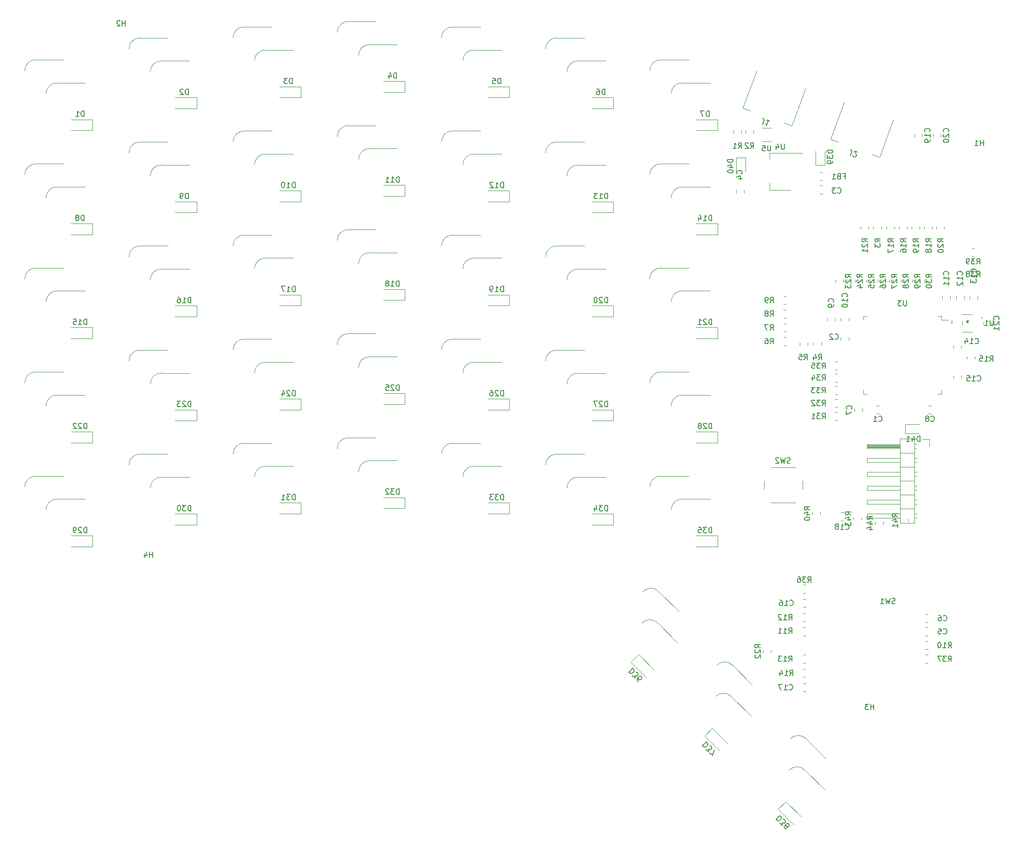
<source format=gbr>
%TF.GenerationSoftware,KiCad,Pcbnew,(6.0.7-1)-1*%
%TF.CreationDate,2022-10-21T17:23:08-04:00*%
%TF.ProjectId,Splitboard-A,53706c69-7462-46f6-9172-642d412e6b69,rev?*%
%TF.SameCoordinates,Original*%
%TF.FileFunction,Legend,Bot*%
%TF.FilePolarity,Positive*%
%FSLAX46Y46*%
G04 Gerber Fmt 4.6, Leading zero omitted, Abs format (unit mm)*
G04 Created by KiCad (PCBNEW (6.0.7-1)-1) date 2022-10-21 17:23:08*
%MOMM*%
%LPD*%
G01*
G04 APERTURE LIST*
%ADD10C,0.125000*%
%ADD11C,0.150000*%
%ADD12C,0.120000*%
G04 APERTURE END LIST*
D10*
X267857142Y-81226190D02*
X268142857Y-81226190D01*
X268000000Y-81226190D02*
X268000000Y-80726190D01*
X268047619Y-80797619D01*
X268095238Y-80845238D01*
X268142857Y-80869047D01*
D11*
%TO.C,SW1*%
X257658333Y-132379761D02*
X257515476Y-132427380D01*
X257277380Y-132427380D01*
X257182142Y-132379761D01*
X257134523Y-132332142D01*
X257086904Y-132236904D01*
X257086904Y-132141666D01*
X257134523Y-132046428D01*
X257182142Y-131998809D01*
X257277380Y-131951190D01*
X257467857Y-131903571D01*
X257563095Y-131855952D01*
X257610714Y-131808333D01*
X257658333Y-131713095D01*
X257658333Y-131617857D01*
X257610714Y-131522619D01*
X257563095Y-131475000D01*
X257467857Y-131427380D01*
X257229761Y-131427380D01*
X257086904Y-131475000D01*
X256753571Y-131427380D02*
X256515476Y-132427380D01*
X256325000Y-131713095D01*
X256134523Y-132427380D01*
X255896428Y-131427380D01*
X254991666Y-132427380D02*
X255563095Y-132427380D01*
X255277380Y-132427380D02*
X255277380Y-131427380D01*
X255372619Y-131570238D01*
X255467857Y-131665476D01*
X255563095Y-131713095D01*
%TO.C,C5*%
X266466666Y-137857142D02*
X266514285Y-137904761D01*
X266657142Y-137952380D01*
X266752380Y-137952380D01*
X266895238Y-137904761D01*
X266990476Y-137809523D01*
X267038095Y-137714285D01*
X267085714Y-137523809D01*
X267085714Y-137380952D01*
X267038095Y-137190476D01*
X266990476Y-137095238D01*
X266895238Y-137000000D01*
X266752380Y-136952380D01*
X266657142Y-136952380D01*
X266514285Y-137000000D01*
X266466666Y-137047619D01*
X265561904Y-136952380D02*
X266038095Y-136952380D01*
X266085714Y-137428571D01*
X266038095Y-137380952D01*
X265942857Y-137333333D01*
X265704761Y-137333333D01*
X265609523Y-137380952D01*
X265561904Y-137428571D01*
X265514285Y-137523809D01*
X265514285Y-137761904D01*
X265561904Y-137857142D01*
X265609523Y-137904761D01*
X265704761Y-137952380D01*
X265942857Y-137952380D01*
X266038095Y-137904761D01*
X266085714Y-137857142D01*
%TO.C,C20*%
X267337142Y-46257142D02*
X267384761Y-46209523D01*
X267432380Y-46066666D01*
X267432380Y-45971428D01*
X267384761Y-45828571D01*
X267289523Y-45733333D01*
X267194285Y-45685714D01*
X267003809Y-45638095D01*
X266860952Y-45638095D01*
X266670476Y-45685714D01*
X266575238Y-45733333D01*
X266480000Y-45828571D01*
X266432380Y-45971428D01*
X266432380Y-46066666D01*
X266480000Y-46209523D01*
X266527619Y-46257142D01*
X266527619Y-46638095D02*
X266480000Y-46685714D01*
X266432380Y-46780952D01*
X266432380Y-47019047D01*
X266480000Y-47114285D01*
X266527619Y-47161904D01*
X266622857Y-47209523D01*
X266718095Y-47209523D01*
X266860952Y-47161904D01*
X267432380Y-46590476D01*
X267432380Y-47209523D01*
X266432380Y-47828571D02*
X266432380Y-47923809D01*
X266480000Y-48019047D01*
X266527619Y-48066666D01*
X266622857Y-48114285D01*
X266813333Y-48161904D01*
X267051428Y-48161904D01*
X267241904Y-48114285D01*
X267337142Y-48066666D01*
X267384761Y-48019047D01*
X267432380Y-47923809D01*
X267432380Y-47828571D01*
X267384761Y-47733333D01*
X267337142Y-47685714D01*
X267241904Y-47638095D01*
X267051428Y-47590476D01*
X266813333Y-47590476D01*
X266622857Y-47638095D01*
X266527619Y-47685714D01*
X266480000Y-47733333D01*
X266432380Y-47828571D01*
%TO.C,D41*%
X262214285Y-102802380D02*
X262214285Y-101802380D01*
X261976190Y-101802380D01*
X261833333Y-101850000D01*
X261738095Y-101945238D01*
X261690476Y-102040476D01*
X261642857Y-102230952D01*
X261642857Y-102373809D01*
X261690476Y-102564285D01*
X261738095Y-102659523D01*
X261833333Y-102754761D01*
X261976190Y-102802380D01*
X262214285Y-102802380D01*
X260785714Y-102135714D02*
X260785714Y-102802380D01*
X261023809Y-101754761D02*
X261261904Y-102469047D01*
X260642857Y-102469047D01*
X259738095Y-102802380D02*
X260309523Y-102802380D01*
X260023809Y-102802380D02*
X260023809Y-101802380D01*
X260119047Y-101945238D01*
X260214285Y-102040476D01*
X260309523Y-102088095D01*
%TO.C,R7*%
X234866666Y-82452380D02*
X235200000Y-81976190D01*
X235438095Y-82452380D02*
X235438095Y-81452380D01*
X235057142Y-81452380D01*
X234961904Y-81500000D01*
X234914285Y-81547619D01*
X234866666Y-81642857D01*
X234866666Y-81785714D01*
X234914285Y-81880952D01*
X234961904Y-81928571D01*
X235057142Y-81976190D01*
X235438095Y-81976190D01*
X234533333Y-81452380D02*
X233866666Y-81452380D01*
X234295238Y-82452380D01*
%TO.C,R14*%
X238442857Y-145552380D02*
X238776190Y-145076190D01*
X239014285Y-145552380D02*
X239014285Y-144552380D01*
X238633333Y-144552380D01*
X238538095Y-144600000D01*
X238490476Y-144647619D01*
X238442857Y-144742857D01*
X238442857Y-144885714D01*
X238490476Y-144980952D01*
X238538095Y-145028571D01*
X238633333Y-145076190D01*
X239014285Y-145076190D01*
X237490476Y-145552380D02*
X238061904Y-145552380D01*
X237776190Y-145552380D02*
X237776190Y-144552380D01*
X237871428Y-144695238D01*
X237966666Y-144790476D01*
X238061904Y-144838095D01*
X236633333Y-144885714D02*
X236633333Y-145552380D01*
X236871428Y-144504761D02*
X237109523Y-145219047D01*
X236490476Y-145219047D01*
%TO.C,C10*%
X248857142Y-76357142D02*
X248904761Y-76309523D01*
X248952380Y-76166666D01*
X248952380Y-76071428D01*
X248904761Y-75928571D01*
X248809523Y-75833333D01*
X248714285Y-75785714D01*
X248523809Y-75738095D01*
X248380952Y-75738095D01*
X248190476Y-75785714D01*
X248095238Y-75833333D01*
X248000000Y-75928571D01*
X247952380Y-76071428D01*
X247952380Y-76166666D01*
X248000000Y-76309523D01*
X248047619Y-76357142D01*
X248952380Y-77309523D02*
X248952380Y-76738095D01*
X248952380Y-77023809D02*
X247952380Y-77023809D01*
X248095238Y-76928571D01*
X248190476Y-76833333D01*
X248238095Y-76738095D01*
X247952380Y-77928571D02*
X247952380Y-78023809D01*
X248000000Y-78119047D01*
X248047619Y-78166666D01*
X248142857Y-78214285D01*
X248333333Y-78261904D01*
X248571428Y-78261904D01*
X248761904Y-78214285D01*
X248857142Y-78166666D01*
X248904761Y-78119047D01*
X248952380Y-78023809D01*
X248952380Y-77928571D01*
X248904761Y-77833333D01*
X248857142Y-77785714D01*
X248761904Y-77738095D01*
X248571428Y-77690476D01*
X248333333Y-77690476D01*
X248142857Y-77738095D01*
X248047619Y-77785714D01*
X248000000Y-77833333D01*
X247952380Y-77928571D01*
%TO.C,R16*%
X259652380Y-66357142D02*
X259176190Y-66023809D01*
X259652380Y-65785714D02*
X258652380Y-65785714D01*
X258652380Y-66166666D01*
X258700000Y-66261904D01*
X258747619Y-66309523D01*
X258842857Y-66357142D01*
X258985714Y-66357142D01*
X259080952Y-66309523D01*
X259128571Y-66261904D01*
X259176190Y-66166666D01*
X259176190Y-65785714D01*
X259652380Y-67309523D02*
X259652380Y-66738095D01*
X259652380Y-67023809D02*
X258652380Y-67023809D01*
X258795238Y-66928571D01*
X258890476Y-66833333D01*
X258938095Y-66738095D01*
X258652380Y-68166666D02*
X258652380Y-67976190D01*
X258700000Y-67880952D01*
X258747619Y-67833333D01*
X258890476Y-67738095D01*
X259080952Y-67690476D01*
X259461904Y-67690476D01*
X259557142Y-67738095D01*
X259604761Y-67785714D01*
X259652380Y-67880952D01*
X259652380Y-68071428D01*
X259604761Y-68166666D01*
X259557142Y-68214285D01*
X259461904Y-68261904D01*
X259223809Y-68261904D01*
X259128571Y-68214285D01*
X259080952Y-68166666D01*
X259033333Y-68071428D01*
X259033333Y-67880952D01*
X259080952Y-67785714D01*
X259128571Y-67738095D01*
X259223809Y-67690476D01*
%TO.C,C8*%
X264166666Y-99037142D02*
X264214285Y-99084761D01*
X264357142Y-99132380D01*
X264452380Y-99132380D01*
X264595238Y-99084761D01*
X264690476Y-98989523D01*
X264738095Y-98894285D01*
X264785714Y-98703809D01*
X264785714Y-98560952D01*
X264738095Y-98370476D01*
X264690476Y-98275238D01*
X264595238Y-98180000D01*
X264452380Y-98132380D01*
X264357142Y-98132380D01*
X264214285Y-98180000D01*
X264166666Y-98227619D01*
X263595238Y-98560952D02*
X263690476Y-98513333D01*
X263738095Y-98465714D01*
X263785714Y-98370476D01*
X263785714Y-98322857D01*
X263738095Y-98227619D01*
X263690476Y-98180000D01*
X263595238Y-98132380D01*
X263404761Y-98132380D01*
X263309523Y-98180000D01*
X263261904Y-98227619D01*
X263214285Y-98322857D01*
X263214285Y-98370476D01*
X263261904Y-98465714D01*
X263309523Y-98513333D01*
X263404761Y-98560952D01*
X263595238Y-98560952D01*
X263690476Y-98608571D01*
X263738095Y-98656190D01*
X263785714Y-98751428D01*
X263785714Y-98941904D01*
X263738095Y-99037142D01*
X263690476Y-99084761D01*
X263595238Y-99132380D01*
X263404761Y-99132380D01*
X263309523Y-99084761D01*
X263261904Y-99037142D01*
X263214285Y-98941904D01*
X263214285Y-98751428D01*
X263261904Y-98656190D01*
X263309523Y-98608571D01*
X263404761Y-98560952D01*
%TO.C,SW2*%
X238533333Y-106704761D02*
X238390476Y-106752380D01*
X238152380Y-106752380D01*
X238057142Y-106704761D01*
X238009523Y-106657142D01*
X237961904Y-106561904D01*
X237961904Y-106466666D01*
X238009523Y-106371428D01*
X238057142Y-106323809D01*
X238152380Y-106276190D01*
X238342857Y-106228571D01*
X238438095Y-106180952D01*
X238485714Y-106133333D01*
X238533333Y-106038095D01*
X238533333Y-105942857D01*
X238485714Y-105847619D01*
X238438095Y-105800000D01*
X238342857Y-105752380D01*
X238104761Y-105752380D01*
X237961904Y-105800000D01*
X237628571Y-105752380D02*
X237390476Y-106752380D01*
X237200000Y-106038095D01*
X237009523Y-106752380D01*
X236771428Y-105752380D01*
X236438095Y-105847619D02*
X236390476Y-105800000D01*
X236295238Y-105752380D01*
X236057142Y-105752380D01*
X235961904Y-105800000D01*
X235914285Y-105847619D01*
X235866666Y-105942857D01*
X235866666Y-106038095D01*
X235914285Y-106180952D01*
X236485714Y-106752380D01*
X235866666Y-106752380D01*
%TO.C,R25*%
X253802380Y-72857142D02*
X253326190Y-72523809D01*
X253802380Y-72285714D02*
X252802380Y-72285714D01*
X252802380Y-72666666D01*
X252850000Y-72761904D01*
X252897619Y-72809523D01*
X252992857Y-72857142D01*
X253135714Y-72857142D01*
X253230952Y-72809523D01*
X253278571Y-72761904D01*
X253326190Y-72666666D01*
X253326190Y-72285714D01*
X252897619Y-73238095D02*
X252850000Y-73285714D01*
X252802380Y-73380952D01*
X252802380Y-73619047D01*
X252850000Y-73714285D01*
X252897619Y-73761904D01*
X252992857Y-73809523D01*
X253088095Y-73809523D01*
X253230952Y-73761904D01*
X253802380Y-73190476D01*
X253802380Y-73809523D01*
X252802380Y-74714285D02*
X252802380Y-74238095D01*
X253278571Y-74190476D01*
X253230952Y-74238095D01*
X253183333Y-74333333D01*
X253183333Y-74571428D01*
X253230952Y-74666666D01*
X253278571Y-74714285D01*
X253373809Y-74761904D01*
X253611904Y-74761904D01*
X253707142Y-74714285D01*
X253754761Y-74666666D01*
X253802380Y-74571428D01*
X253802380Y-74333333D01*
X253754761Y-74238095D01*
X253707142Y-74190476D01*
%TO.C,C1*%
X254666666Y-99037142D02*
X254714285Y-99084761D01*
X254857142Y-99132380D01*
X254952380Y-99132380D01*
X255095238Y-99084761D01*
X255190476Y-98989523D01*
X255238095Y-98894285D01*
X255285714Y-98703809D01*
X255285714Y-98560952D01*
X255238095Y-98370476D01*
X255190476Y-98275238D01*
X255095238Y-98180000D01*
X254952380Y-98132380D01*
X254857142Y-98132380D01*
X254714285Y-98180000D01*
X254666666Y-98227619D01*
X253714285Y-99132380D02*
X254285714Y-99132380D01*
X254000000Y-99132380D02*
X254000000Y-98132380D01*
X254095238Y-98275238D01*
X254190476Y-98370476D01*
X254285714Y-98418095D01*
%TO.C,D22*%
X110214285Y-100452380D02*
X110214285Y-99452380D01*
X109976190Y-99452380D01*
X109833333Y-99500000D01*
X109738095Y-99595238D01*
X109690476Y-99690476D01*
X109642857Y-99880952D01*
X109642857Y-100023809D01*
X109690476Y-100214285D01*
X109738095Y-100309523D01*
X109833333Y-100404761D01*
X109976190Y-100452380D01*
X110214285Y-100452380D01*
X109261904Y-99547619D02*
X109214285Y-99500000D01*
X109119047Y-99452380D01*
X108880952Y-99452380D01*
X108785714Y-99500000D01*
X108738095Y-99547619D01*
X108690476Y-99642857D01*
X108690476Y-99738095D01*
X108738095Y-99880952D01*
X109309523Y-100452380D01*
X108690476Y-100452380D01*
X108309523Y-99547619D02*
X108261904Y-99500000D01*
X108166666Y-99452380D01*
X107928571Y-99452380D01*
X107833333Y-99500000D01*
X107785714Y-99547619D01*
X107738095Y-99642857D01*
X107738095Y-99738095D01*
X107785714Y-99880952D01*
X108357142Y-100452380D01*
X107738095Y-100452380D01*
%TO.C,R2*%
X231266666Y-49252380D02*
X231600000Y-48776190D01*
X231838095Y-49252380D02*
X231838095Y-48252380D01*
X231457142Y-48252380D01*
X231361904Y-48300000D01*
X231314285Y-48347619D01*
X231266666Y-48442857D01*
X231266666Y-48585714D01*
X231314285Y-48680952D01*
X231361904Y-48728571D01*
X231457142Y-48776190D01*
X231838095Y-48776190D01*
X230885714Y-48347619D02*
X230838095Y-48300000D01*
X230742857Y-48252380D01*
X230504761Y-48252380D01*
X230409523Y-48300000D01*
X230361904Y-48347619D01*
X230314285Y-48442857D01*
X230314285Y-48538095D01*
X230361904Y-48680952D01*
X230933333Y-49252380D01*
X230314285Y-49252380D01*
%TO.C,H1*%
X273761904Y-48752380D02*
X273761904Y-47752380D01*
X273761904Y-48228571D02*
X273190476Y-48228571D01*
X273190476Y-48752380D02*
X273190476Y-47752380D01*
X272190476Y-48752380D02*
X272761904Y-48752380D01*
X272476190Y-48752380D02*
X272476190Y-47752380D01*
X272571428Y-47895238D01*
X272666666Y-47990476D01*
X272761904Y-48038095D01*
%TO.C,C9*%
X246357142Y-77333333D02*
X246404761Y-77285714D01*
X246452380Y-77142857D01*
X246452380Y-77047619D01*
X246404761Y-76904761D01*
X246309523Y-76809523D01*
X246214285Y-76761904D01*
X246023809Y-76714285D01*
X245880952Y-76714285D01*
X245690476Y-76761904D01*
X245595238Y-76809523D01*
X245500000Y-76904761D01*
X245452380Y-77047619D01*
X245452380Y-77142857D01*
X245500000Y-77285714D01*
X245547619Y-77333333D01*
X246452380Y-77809523D02*
X246452380Y-78000000D01*
X246404761Y-78095238D01*
X246357142Y-78142857D01*
X246214285Y-78238095D01*
X246023809Y-78285714D01*
X245642857Y-78285714D01*
X245547619Y-78238095D01*
X245500000Y-78190476D01*
X245452380Y-78095238D01*
X245452380Y-77904761D01*
X245500000Y-77809523D01*
X245547619Y-77761904D01*
X245642857Y-77714285D01*
X245880952Y-77714285D01*
X245976190Y-77761904D01*
X246023809Y-77809523D01*
X246071428Y-77904761D01*
X246071428Y-78095238D01*
X246023809Y-78190476D01*
X245976190Y-78238095D01*
X245880952Y-78285714D01*
%TO.C,D19*%
X186214285Y-75452380D02*
X186214285Y-74452380D01*
X185976190Y-74452380D01*
X185833333Y-74500000D01*
X185738095Y-74595238D01*
X185690476Y-74690476D01*
X185642857Y-74880952D01*
X185642857Y-75023809D01*
X185690476Y-75214285D01*
X185738095Y-75309523D01*
X185833333Y-75404761D01*
X185976190Y-75452380D01*
X186214285Y-75452380D01*
X184690476Y-75452380D02*
X185261904Y-75452380D01*
X184976190Y-75452380D02*
X184976190Y-74452380D01*
X185071428Y-74595238D01*
X185166666Y-74690476D01*
X185261904Y-74738095D01*
X184214285Y-75452380D02*
X184023809Y-75452380D01*
X183928571Y-75404761D01*
X183880952Y-75357142D01*
X183785714Y-75214285D01*
X183738095Y-75023809D01*
X183738095Y-74642857D01*
X183785714Y-74547619D01*
X183833333Y-74500000D01*
X183928571Y-74452380D01*
X184119047Y-74452380D01*
X184214285Y-74500000D01*
X184261904Y-74547619D01*
X184309523Y-74642857D01*
X184309523Y-74880952D01*
X184261904Y-74976190D01*
X184214285Y-75023809D01*
X184119047Y-75071428D01*
X183928571Y-75071428D01*
X183833333Y-75023809D01*
X183785714Y-74976190D01*
X183738095Y-74880952D01*
%TO.C,C12*%
X269857142Y-72357142D02*
X269904761Y-72309523D01*
X269952380Y-72166666D01*
X269952380Y-72071428D01*
X269904761Y-71928571D01*
X269809523Y-71833333D01*
X269714285Y-71785714D01*
X269523809Y-71738095D01*
X269380952Y-71738095D01*
X269190476Y-71785714D01*
X269095238Y-71833333D01*
X269000000Y-71928571D01*
X268952380Y-72071428D01*
X268952380Y-72166666D01*
X269000000Y-72309523D01*
X269047619Y-72357142D01*
X269952380Y-73309523D02*
X269952380Y-72738095D01*
X269952380Y-73023809D02*
X268952380Y-73023809D01*
X269095238Y-72928571D01*
X269190476Y-72833333D01*
X269238095Y-72738095D01*
X269047619Y-73690476D02*
X269000000Y-73738095D01*
X268952380Y-73833333D01*
X268952380Y-74071428D01*
X269000000Y-74166666D01*
X269047619Y-74214285D01*
X269142857Y-74261904D01*
X269238095Y-74261904D01*
X269380952Y-74214285D01*
X269952380Y-73642857D01*
X269952380Y-74261904D01*
%TO.C,C3*%
X247166666Y-57357142D02*
X247214285Y-57404761D01*
X247357142Y-57452380D01*
X247452380Y-57452380D01*
X247595238Y-57404761D01*
X247690476Y-57309523D01*
X247738095Y-57214285D01*
X247785714Y-57023809D01*
X247785714Y-56880952D01*
X247738095Y-56690476D01*
X247690476Y-56595238D01*
X247595238Y-56500000D01*
X247452380Y-56452380D01*
X247357142Y-56452380D01*
X247214285Y-56500000D01*
X247166666Y-56547619D01*
X246833333Y-56452380D02*
X246214285Y-56452380D01*
X246547619Y-56833333D01*
X246404761Y-56833333D01*
X246309523Y-56880952D01*
X246261904Y-56928571D01*
X246214285Y-57023809D01*
X246214285Y-57261904D01*
X246261904Y-57357142D01*
X246309523Y-57404761D01*
X246404761Y-57452380D01*
X246690476Y-57452380D01*
X246785714Y-57404761D01*
X246833333Y-57357142D01*
%TO.C,D9*%
X128738095Y-58452380D02*
X128738095Y-57452380D01*
X128500000Y-57452380D01*
X128357142Y-57500000D01*
X128261904Y-57595238D01*
X128214285Y-57690476D01*
X128166666Y-57880952D01*
X128166666Y-58023809D01*
X128214285Y-58214285D01*
X128261904Y-58309523D01*
X128357142Y-58404761D01*
X128500000Y-58452380D01*
X128738095Y-58452380D01*
X127690476Y-58452380D02*
X127500000Y-58452380D01*
X127404761Y-58404761D01*
X127357142Y-58357142D01*
X127261904Y-58214285D01*
X127214285Y-58023809D01*
X127214285Y-57642857D01*
X127261904Y-57547619D01*
X127309523Y-57500000D01*
X127404761Y-57452380D01*
X127595238Y-57452380D01*
X127690476Y-57500000D01*
X127738095Y-57547619D01*
X127785714Y-57642857D01*
X127785714Y-57880952D01*
X127738095Y-57976190D01*
X127690476Y-58023809D01*
X127595238Y-58071428D01*
X127404761Y-58071428D01*
X127309523Y-58023809D01*
X127261904Y-57976190D01*
X127214285Y-57880952D01*
%TO.C,R38*%
X272542857Y-72702380D02*
X272876190Y-72226190D01*
X273114285Y-72702380D02*
X273114285Y-71702380D01*
X272733333Y-71702380D01*
X272638095Y-71750000D01*
X272590476Y-71797619D01*
X272542857Y-71892857D01*
X272542857Y-72035714D01*
X272590476Y-72130952D01*
X272638095Y-72178571D01*
X272733333Y-72226190D01*
X273114285Y-72226190D01*
X272209523Y-71702380D02*
X271590476Y-71702380D01*
X271923809Y-72083333D01*
X271780952Y-72083333D01*
X271685714Y-72130952D01*
X271638095Y-72178571D01*
X271590476Y-72273809D01*
X271590476Y-72511904D01*
X271638095Y-72607142D01*
X271685714Y-72654761D01*
X271780952Y-72702380D01*
X272066666Y-72702380D01*
X272161904Y-72654761D01*
X272209523Y-72607142D01*
X271019047Y-72130952D02*
X271114285Y-72083333D01*
X271161904Y-72035714D01*
X271209523Y-71940476D01*
X271209523Y-71892857D01*
X271161904Y-71797619D01*
X271114285Y-71750000D01*
X271019047Y-71702380D01*
X270828571Y-71702380D01*
X270733333Y-71750000D01*
X270685714Y-71797619D01*
X270638095Y-71892857D01*
X270638095Y-71940476D01*
X270685714Y-72035714D01*
X270733333Y-72083333D01*
X270828571Y-72130952D01*
X271019047Y-72130952D01*
X271114285Y-72178571D01*
X271161904Y-72226190D01*
X271209523Y-72321428D01*
X271209523Y-72511904D01*
X271161904Y-72607142D01*
X271114285Y-72654761D01*
X271019047Y-72702380D01*
X270828571Y-72702380D01*
X270733333Y-72654761D01*
X270685714Y-72607142D01*
X270638095Y-72511904D01*
X270638095Y-72321428D01*
X270685714Y-72226190D01*
X270733333Y-72178571D01*
X270828571Y-72130952D01*
%TO.C,D13*%
X205214285Y-58452380D02*
X205214285Y-57452380D01*
X204976190Y-57452380D01*
X204833333Y-57500000D01*
X204738095Y-57595238D01*
X204690476Y-57690476D01*
X204642857Y-57880952D01*
X204642857Y-58023809D01*
X204690476Y-58214285D01*
X204738095Y-58309523D01*
X204833333Y-58404761D01*
X204976190Y-58452380D01*
X205214285Y-58452380D01*
X203690476Y-58452380D02*
X204261904Y-58452380D01*
X203976190Y-58452380D02*
X203976190Y-57452380D01*
X204071428Y-57595238D01*
X204166666Y-57690476D01*
X204261904Y-57738095D01*
X203357142Y-57452380D02*
X202738095Y-57452380D01*
X203071428Y-57833333D01*
X202928571Y-57833333D01*
X202833333Y-57880952D01*
X202785714Y-57928571D01*
X202738095Y-58023809D01*
X202738095Y-58261904D01*
X202785714Y-58357142D01*
X202833333Y-58404761D01*
X202928571Y-58452380D01*
X203214285Y-58452380D01*
X203309523Y-58404761D01*
X203357142Y-58357142D01*
%TO.C,R36*%
X241742857Y-128502380D02*
X242076190Y-128026190D01*
X242314285Y-128502380D02*
X242314285Y-127502380D01*
X241933333Y-127502380D01*
X241838095Y-127550000D01*
X241790476Y-127597619D01*
X241742857Y-127692857D01*
X241742857Y-127835714D01*
X241790476Y-127930952D01*
X241838095Y-127978571D01*
X241933333Y-128026190D01*
X242314285Y-128026190D01*
X241409523Y-127502380D02*
X240790476Y-127502380D01*
X241123809Y-127883333D01*
X240980952Y-127883333D01*
X240885714Y-127930952D01*
X240838095Y-127978571D01*
X240790476Y-128073809D01*
X240790476Y-128311904D01*
X240838095Y-128407142D01*
X240885714Y-128454761D01*
X240980952Y-128502380D01*
X241266666Y-128502380D01*
X241361904Y-128454761D01*
X241409523Y-128407142D01*
X239933333Y-127502380D02*
X240123809Y-127502380D01*
X240219047Y-127550000D01*
X240266666Y-127597619D01*
X240361904Y-127740476D01*
X240409523Y-127930952D01*
X240409523Y-128311904D01*
X240361904Y-128407142D01*
X240314285Y-128454761D01*
X240219047Y-128502380D01*
X240028571Y-128502380D01*
X239933333Y-128454761D01*
X239885714Y-128407142D01*
X239838095Y-128311904D01*
X239838095Y-128073809D01*
X239885714Y-127978571D01*
X239933333Y-127930952D01*
X240028571Y-127883333D01*
X240219047Y-127883333D01*
X240314285Y-127930952D01*
X240361904Y-127978571D01*
X240409523Y-128073809D01*
%TO.C,D10*%
X148214285Y-56452380D02*
X148214285Y-55452380D01*
X147976190Y-55452380D01*
X147833333Y-55500000D01*
X147738095Y-55595238D01*
X147690476Y-55690476D01*
X147642857Y-55880952D01*
X147642857Y-56023809D01*
X147690476Y-56214285D01*
X147738095Y-56309523D01*
X147833333Y-56404761D01*
X147976190Y-56452380D01*
X148214285Y-56452380D01*
X146690476Y-56452380D02*
X147261904Y-56452380D01*
X146976190Y-56452380D02*
X146976190Y-55452380D01*
X147071428Y-55595238D01*
X147166666Y-55690476D01*
X147261904Y-55738095D01*
X146071428Y-55452380D02*
X145976190Y-55452380D01*
X145880952Y-55500000D01*
X145833333Y-55547619D01*
X145785714Y-55642857D01*
X145738095Y-55833333D01*
X145738095Y-56071428D01*
X145785714Y-56261904D01*
X145833333Y-56357142D01*
X145880952Y-56404761D01*
X145976190Y-56452380D01*
X146071428Y-56452380D01*
X146166666Y-56404761D01*
X146214285Y-56357142D01*
X146261904Y-56261904D01*
X146309523Y-56071428D01*
X146309523Y-55833333D01*
X146261904Y-55642857D01*
X146214285Y-55547619D01*
X146166666Y-55500000D01*
X146071428Y-55452380D01*
%TO.C,R20*%
X266452380Y-66369642D02*
X265976190Y-66036309D01*
X266452380Y-65798214D02*
X265452380Y-65798214D01*
X265452380Y-66179166D01*
X265500000Y-66274404D01*
X265547619Y-66322023D01*
X265642857Y-66369642D01*
X265785714Y-66369642D01*
X265880952Y-66322023D01*
X265928571Y-66274404D01*
X265976190Y-66179166D01*
X265976190Y-65798214D01*
X265547619Y-66750595D02*
X265500000Y-66798214D01*
X265452380Y-66893452D01*
X265452380Y-67131547D01*
X265500000Y-67226785D01*
X265547619Y-67274404D01*
X265642857Y-67322023D01*
X265738095Y-67322023D01*
X265880952Y-67274404D01*
X266452380Y-66702976D01*
X266452380Y-67322023D01*
X265452380Y-67941071D02*
X265452380Y-68036309D01*
X265500000Y-68131547D01*
X265547619Y-68179166D01*
X265642857Y-68226785D01*
X265833333Y-68274404D01*
X266071428Y-68274404D01*
X266261904Y-68226785D01*
X266357142Y-68179166D01*
X266404761Y-68131547D01*
X266452380Y-68036309D01*
X266452380Y-67941071D01*
X266404761Y-67845833D01*
X266357142Y-67798214D01*
X266261904Y-67750595D01*
X266071428Y-67702976D01*
X265833333Y-67702976D01*
X265642857Y-67750595D01*
X265547619Y-67798214D01*
X265500000Y-67845833D01*
X265452380Y-67941071D01*
%TO.C,D12*%
X186214285Y-56452380D02*
X186214285Y-55452380D01*
X185976190Y-55452380D01*
X185833333Y-55500000D01*
X185738095Y-55595238D01*
X185690476Y-55690476D01*
X185642857Y-55880952D01*
X185642857Y-56023809D01*
X185690476Y-56214285D01*
X185738095Y-56309523D01*
X185833333Y-56404761D01*
X185976190Y-56452380D01*
X186214285Y-56452380D01*
X184690476Y-56452380D02*
X185261904Y-56452380D01*
X184976190Y-56452380D02*
X184976190Y-55452380D01*
X185071428Y-55595238D01*
X185166666Y-55690476D01*
X185261904Y-55738095D01*
X184309523Y-55547619D02*
X184261904Y-55500000D01*
X184166666Y-55452380D01*
X183928571Y-55452380D01*
X183833333Y-55500000D01*
X183785714Y-55547619D01*
X183738095Y-55642857D01*
X183738095Y-55738095D01*
X183785714Y-55880952D01*
X184357142Y-56452380D01*
X183738095Y-56452380D01*
%TO.C,D16*%
X129214285Y-77452380D02*
X129214285Y-76452380D01*
X128976190Y-76452380D01*
X128833333Y-76500000D01*
X128738095Y-76595238D01*
X128690476Y-76690476D01*
X128642857Y-76880952D01*
X128642857Y-77023809D01*
X128690476Y-77214285D01*
X128738095Y-77309523D01*
X128833333Y-77404761D01*
X128976190Y-77452380D01*
X129214285Y-77452380D01*
X127690476Y-77452380D02*
X128261904Y-77452380D01*
X127976190Y-77452380D02*
X127976190Y-76452380D01*
X128071428Y-76595238D01*
X128166666Y-76690476D01*
X128261904Y-76738095D01*
X126833333Y-76452380D02*
X127023809Y-76452380D01*
X127119047Y-76500000D01*
X127166666Y-76547619D01*
X127261904Y-76690476D01*
X127309523Y-76880952D01*
X127309523Y-77261904D01*
X127261904Y-77357142D01*
X127214285Y-77404761D01*
X127119047Y-77452380D01*
X126928571Y-77452380D01*
X126833333Y-77404761D01*
X126785714Y-77357142D01*
X126738095Y-77261904D01*
X126738095Y-77023809D01*
X126785714Y-76928571D01*
X126833333Y-76880952D01*
X126928571Y-76833333D01*
X127119047Y-76833333D01*
X127214285Y-76880952D01*
X127261904Y-76928571D01*
X127309523Y-77023809D01*
%TO.C,R18*%
X264252380Y-66344642D02*
X263776190Y-66011309D01*
X264252380Y-65773214D02*
X263252380Y-65773214D01*
X263252380Y-66154166D01*
X263300000Y-66249404D01*
X263347619Y-66297023D01*
X263442857Y-66344642D01*
X263585714Y-66344642D01*
X263680952Y-66297023D01*
X263728571Y-66249404D01*
X263776190Y-66154166D01*
X263776190Y-65773214D01*
X264252380Y-67297023D02*
X264252380Y-66725595D01*
X264252380Y-67011309D02*
X263252380Y-67011309D01*
X263395238Y-66916071D01*
X263490476Y-66820833D01*
X263538095Y-66725595D01*
X263680952Y-67868452D02*
X263633333Y-67773214D01*
X263585714Y-67725595D01*
X263490476Y-67677976D01*
X263442857Y-67677976D01*
X263347619Y-67725595D01*
X263300000Y-67773214D01*
X263252380Y-67868452D01*
X263252380Y-68058928D01*
X263300000Y-68154166D01*
X263347619Y-68201785D01*
X263442857Y-68249404D01*
X263490476Y-68249404D01*
X263585714Y-68201785D01*
X263633333Y-68154166D01*
X263680952Y-68058928D01*
X263680952Y-67868452D01*
X263728571Y-67773214D01*
X263776190Y-67725595D01*
X263871428Y-67677976D01*
X264061904Y-67677976D01*
X264157142Y-67725595D01*
X264204761Y-67773214D01*
X264252380Y-67868452D01*
X264252380Y-68058928D01*
X264204761Y-68154166D01*
X264157142Y-68201785D01*
X264061904Y-68249404D01*
X263871428Y-68249404D01*
X263776190Y-68201785D01*
X263728571Y-68154166D01*
X263680952Y-68058928D01*
%TO.C,D15*%
X110214285Y-81452380D02*
X110214285Y-80452380D01*
X109976190Y-80452380D01*
X109833333Y-80500000D01*
X109738095Y-80595238D01*
X109690476Y-80690476D01*
X109642857Y-80880952D01*
X109642857Y-81023809D01*
X109690476Y-81214285D01*
X109738095Y-81309523D01*
X109833333Y-81404761D01*
X109976190Y-81452380D01*
X110214285Y-81452380D01*
X108690476Y-81452380D02*
X109261904Y-81452380D01*
X108976190Y-81452380D02*
X108976190Y-80452380D01*
X109071428Y-80595238D01*
X109166666Y-80690476D01*
X109261904Y-80738095D01*
X107785714Y-80452380D02*
X108261904Y-80452380D01*
X108309523Y-80928571D01*
X108261904Y-80880952D01*
X108166666Y-80833333D01*
X107928571Y-80833333D01*
X107833333Y-80880952D01*
X107785714Y-80928571D01*
X107738095Y-81023809D01*
X107738095Y-81261904D01*
X107785714Y-81357142D01*
X107833333Y-81404761D01*
X107928571Y-81452380D01*
X108166666Y-81452380D01*
X108261904Y-81404761D01*
X108309523Y-81357142D01*
%TO.C,R4*%
X243666666Y-87852380D02*
X244000000Y-87376190D01*
X244238095Y-87852380D02*
X244238095Y-86852380D01*
X243857142Y-86852380D01*
X243761904Y-86900000D01*
X243714285Y-86947619D01*
X243666666Y-87042857D01*
X243666666Y-87185714D01*
X243714285Y-87280952D01*
X243761904Y-87328571D01*
X243857142Y-87376190D01*
X244238095Y-87376190D01*
X242809523Y-87185714D02*
X242809523Y-87852380D01*
X243047619Y-86804761D02*
X243285714Y-87519047D01*
X242666666Y-87519047D01*
%TO.C,R30*%
X264302380Y-72857142D02*
X263826190Y-72523809D01*
X264302380Y-72285714D02*
X263302380Y-72285714D01*
X263302380Y-72666666D01*
X263350000Y-72761904D01*
X263397619Y-72809523D01*
X263492857Y-72857142D01*
X263635714Y-72857142D01*
X263730952Y-72809523D01*
X263778571Y-72761904D01*
X263826190Y-72666666D01*
X263826190Y-72285714D01*
X263302380Y-73190476D02*
X263302380Y-73809523D01*
X263683333Y-73476190D01*
X263683333Y-73619047D01*
X263730952Y-73714285D01*
X263778571Y-73761904D01*
X263873809Y-73809523D01*
X264111904Y-73809523D01*
X264207142Y-73761904D01*
X264254761Y-73714285D01*
X264302380Y-73619047D01*
X264302380Y-73333333D01*
X264254761Y-73238095D01*
X264207142Y-73190476D01*
X263302380Y-74428571D02*
X263302380Y-74523809D01*
X263350000Y-74619047D01*
X263397619Y-74666666D01*
X263492857Y-74714285D01*
X263683333Y-74761904D01*
X263921428Y-74761904D01*
X264111904Y-74714285D01*
X264207142Y-74666666D01*
X264254761Y-74619047D01*
X264302380Y-74523809D01*
X264302380Y-74428571D01*
X264254761Y-74333333D01*
X264207142Y-74285714D01*
X264111904Y-74238095D01*
X263921428Y-74190476D01*
X263683333Y-74190476D01*
X263492857Y-74238095D01*
X263397619Y-74285714D01*
X263350000Y-74333333D01*
X263302380Y-74428571D01*
%TO.C,R11*%
X238242857Y-137852380D02*
X238576190Y-137376190D01*
X238814285Y-137852380D02*
X238814285Y-136852380D01*
X238433333Y-136852380D01*
X238338095Y-136900000D01*
X238290476Y-136947619D01*
X238242857Y-137042857D01*
X238242857Y-137185714D01*
X238290476Y-137280952D01*
X238338095Y-137328571D01*
X238433333Y-137376190D01*
X238814285Y-137376190D01*
X237290476Y-137852380D02*
X237861904Y-137852380D01*
X237576190Y-137852380D02*
X237576190Y-136852380D01*
X237671428Y-136995238D01*
X237766666Y-137090476D01*
X237861904Y-137138095D01*
X236338095Y-137852380D02*
X236909523Y-137852380D01*
X236623809Y-137852380D02*
X236623809Y-136852380D01*
X236719047Y-136995238D01*
X236814285Y-137090476D01*
X236909523Y-137138095D01*
%TO.C,D37*%
X223239451Y-157651138D02*
X222532345Y-158358245D01*
X222700703Y-158526604D01*
X222835390Y-158593947D01*
X222970077Y-158593947D01*
X223071093Y-158560275D01*
X223239451Y-158459260D01*
X223340467Y-158358245D01*
X223441482Y-158189886D01*
X223475154Y-158088871D01*
X223475154Y-157954184D01*
X223407810Y-157819497D01*
X223239451Y-157651138D01*
X223172108Y-158998008D02*
X223609841Y-159435741D01*
X223643512Y-158930665D01*
X223744528Y-159031680D01*
X223845543Y-159065352D01*
X223912887Y-159065352D01*
X224013902Y-159031680D01*
X224182261Y-158863321D01*
X224215932Y-158762306D01*
X224215932Y-158694962D01*
X224182261Y-158593947D01*
X223980230Y-158391917D01*
X223879215Y-158358245D01*
X223811871Y-158358245D01*
X223845543Y-159671443D02*
X224316948Y-160142848D01*
X224721009Y-159132695D01*
%TO.C,R17*%
X257352380Y-66357142D02*
X256876190Y-66023809D01*
X257352380Y-65785714D02*
X256352380Y-65785714D01*
X256352380Y-66166666D01*
X256400000Y-66261904D01*
X256447619Y-66309523D01*
X256542857Y-66357142D01*
X256685714Y-66357142D01*
X256780952Y-66309523D01*
X256828571Y-66261904D01*
X256876190Y-66166666D01*
X256876190Y-65785714D01*
X257352380Y-67309523D02*
X257352380Y-66738095D01*
X257352380Y-67023809D02*
X256352380Y-67023809D01*
X256495238Y-66928571D01*
X256590476Y-66833333D01*
X256638095Y-66738095D01*
X256352380Y-67642857D02*
X256352380Y-68309523D01*
X257352380Y-67880952D01*
%TO.C,D11*%
X167214285Y-55452380D02*
X167214285Y-54452380D01*
X166976190Y-54452380D01*
X166833333Y-54500000D01*
X166738095Y-54595238D01*
X166690476Y-54690476D01*
X166642857Y-54880952D01*
X166642857Y-55023809D01*
X166690476Y-55214285D01*
X166738095Y-55309523D01*
X166833333Y-55404761D01*
X166976190Y-55452380D01*
X167214285Y-55452380D01*
X165690476Y-55452380D02*
X166261904Y-55452380D01*
X165976190Y-55452380D02*
X165976190Y-54452380D01*
X166071428Y-54595238D01*
X166166666Y-54690476D01*
X166261904Y-54738095D01*
X164738095Y-55452380D02*
X165309523Y-55452380D01*
X165023809Y-55452380D02*
X165023809Y-54452380D01*
X165119047Y-54595238D01*
X165214285Y-54690476D01*
X165309523Y-54738095D01*
%TO.C,R15*%
X274942857Y-88152380D02*
X275276190Y-87676190D01*
X275514285Y-88152380D02*
X275514285Y-87152380D01*
X275133333Y-87152380D01*
X275038095Y-87200000D01*
X274990476Y-87247619D01*
X274942857Y-87342857D01*
X274942857Y-87485714D01*
X274990476Y-87580952D01*
X275038095Y-87628571D01*
X275133333Y-87676190D01*
X275514285Y-87676190D01*
X273990476Y-88152380D02*
X274561904Y-88152380D01*
X274276190Y-88152380D02*
X274276190Y-87152380D01*
X274371428Y-87295238D01*
X274466666Y-87390476D01*
X274561904Y-87438095D01*
X273085714Y-87152380D02*
X273561904Y-87152380D01*
X273609523Y-87628571D01*
X273561904Y-87580952D01*
X273466666Y-87533333D01*
X273228571Y-87533333D01*
X273133333Y-87580952D01*
X273085714Y-87628571D01*
X273038095Y-87723809D01*
X273038095Y-87961904D01*
X273085714Y-88057142D01*
X273133333Y-88104761D01*
X273228571Y-88152380D01*
X273466666Y-88152380D01*
X273561904Y-88104761D01*
X273609523Y-88057142D01*
%TO.C,R22*%
X233102380Y-140457142D02*
X232626190Y-140123809D01*
X233102380Y-139885714D02*
X232102380Y-139885714D01*
X232102380Y-140266666D01*
X232150000Y-140361904D01*
X232197619Y-140409523D01*
X232292857Y-140457142D01*
X232435714Y-140457142D01*
X232530952Y-140409523D01*
X232578571Y-140361904D01*
X232626190Y-140266666D01*
X232626190Y-139885714D01*
X232197619Y-140838095D02*
X232150000Y-140885714D01*
X232102380Y-140980952D01*
X232102380Y-141219047D01*
X232150000Y-141314285D01*
X232197619Y-141361904D01*
X232292857Y-141409523D01*
X232388095Y-141409523D01*
X232530952Y-141361904D01*
X233102380Y-140790476D01*
X233102380Y-141409523D01*
X232197619Y-141790476D02*
X232150000Y-141838095D01*
X232102380Y-141933333D01*
X232102380Y-142171428D01*
X232150000Y-142266666D01*
X232197619Y-142314285D01*
X232292857Y-142361904D01*
X232388095Y-142361904D01*
X232530952Y-142314285D01*
X233102380Y-141742857D01*
X233102380Y-142361904D01*
%TO.C,D2*%
X128738095Y-39452380D02*
X128738095Y-38452380D01*
X128500000Y-38452380D01*
X128357142Y-38500000D01*
X128261904Y-38595238D01*
X128214285Y-38690476D01*
X128166666Y-38880952D01*
X128166666Y-39023809D01*
X128214285Y-39214285D01*
X128261904Y-39309523D01*
X128357142Y-39404761D01*
X128500000Y-39452380D01*
X128738095Y-39452380D01*
X127785714Y-38547619D02*
X127738095Y-38500000D01*
X127642857Y-38452380D01*
X127404761Y-38452380D01*
X127309523Y-38500000D01*
X127261904Y-38547619D01*
X127214285Y-38642857D01*
X127214285Y-38738095D01*
X127261904Y-38880952D01*
X127833333Y-39452380D01*
X127214285Y-39452380D01*
%TO.C,C13*%
X272357142Y-71907142D02*
X272404761Y-71859523D01*
X272452380Y-71716666D01*
X272452380Y-71621428D01*
X272404761Y-71478571D01*
X272309523Y-71383333D01*
X272214285Y-71335714D01*
X272023809Y-71288095D01*
X271880952Y-71288095D01*
X271690476Y-71335714D01*
X271595238Y-71383333D01*
X271500000Y-71478571D01*
X271452380Y-71621428D01*
X271452380Y-71716666D01*
X271500000Y-71859523D01*
X271547619Y-71907142D01*
X272452380Y-72859523D02*
X272452380Y-72288095D01*
X272452380Y-72573809D02*
X271452380Y-72573809D01*
X271595238Y-72478571D01*
X271690476Y-72383333D01*
X271738095Y-72288095D01*
X271452380Y-73192857D02*
X271452380Y-73811904D01*
X271833333Y-73478571D01*
X271833333Y-73621428D01*
X271880952Y-73716666D01*
X271928571Y-73764285D01*
X272023809Y-73811904D01*
X272261904Y-73811904D01*
X272357142Y-73764285D01*
X272404761Y-73716666D01*
X272452380Y-73621428D01*
X272452380Y-73335714D01*
X272404761Y-73240476D01*
X272357142Y-73192857D01*
%TO.C,C6*%
X266466666Y-135457142D02*
X266514285Y-135504761D01*
X266657142Y-135552380D01*
X266752380Y-135552380D01*
X266895238Y-135504761D01*
X266990476Y-135409523D01*
X267038095Y-135314285D01*
X267085714Y-135123809D01*
X267085714Y-134980952D01*
X267038095Y-134790476D01*
X266990476Y-134695238D01*
X266895238Y-134600000D01*
X266752380Y-134552380D01*
X266657142Y-134552380D01*
X266514285Y-134600000D01*
X266466666Y-134647619D01*
X265609523Y-134552380D02*
X265800000Y-134552380D01*
X265895238Y-134600000D01*
X265942857Y-134647619D01*
X266038095Y-134790476D01*
X266085714Y-134980952D01*
X266085714Y-135361904D01*
X266038095Y-135457142D01*
X265990476Y-135504761D01*
X265895238Y-135552380D01*
X265704761Y-135552380D01*
X265609523Y-135504761D01*
X265561904Y-135457142D01*
X265514285Y-135361904D01*
X265514285Y-135123809D01*
X265561904Y-135028571D01*
X265609523Y-134980952D01*
X265704761Y-134933333D01*
X265895238Y-134933333D01*
X265990476Y-134980952D01*
X266038095Y-135028571D01*
X266085714Y-135123809D01*
%TO.C,R9*%
X234866666Y-77452380D02*
X235200000Y-76976190D01*
X235438095Y-77452380D02*
X235438095Y-76452380D01*
X235057142Y-76452380D01*
X234961904Y-76500000D01*
X234914285Y-76547619D01*
X234866666Y-76642857D01*
X234866666Y-76785714D01*
X234914285Y-76880952D01*
X234961904Y-76928571D01*
X235057142Y-76976190D01*
X235438095Y-76976190D01*
X234390476Y-77452380D02*
X234200000Y-77452380D01*
X234104761Y-77404761D01*
X234057142Y-77357142D01*
X233961904Y-77214285D01*
X233914285Y-77023809D01*
X233914285Y-76642857D01*
X233961904Y-76547619D01*
X234009523Y-76500000D01*
X234104761Y-76452380D01*
X234295238Y-76452380D01*
X234390476Y-76500000D01*
X234438095Y-76547619D01*
X234485714Y-76642857D01*
X234485714Y-76880952D01*
X234438095Y-76976190D01*
X234390476Y-77023809D01*
X234295238Y-77071428D01*
X234104761Y-77071428D01*
X234009523Y-77023809D01*
X233961904Y-76976190D01*
X233914285Y-76880952D01*
%TO.C,D14*%
X224214285Y-62452380D02*
X224214285Y-61452380D01*
X223976190Y-61452380D01*
X223833333Y-61500000D01*
X223738095Y-61595238D01*
X223690476Y-61690476D01*
X223642857Y-61880952D01*
X223642857Y-62023809D01*
X223690476Y-62214285D01*
X223738095Y-62309523D01*
X223833333Y-62404761D01*
X223976190Y-62452380D01*
X224214285Y-62452380D01*
X222690476Y-62452380D02*
X223261904Y-62452380D01*
X222976190Y-62452380D02*
X222976190Y-61452380D01*
X223071428Y-61595238D01*
X223166666Y-61690476D01*
X223261904Y-61738095D01*
X221833333Y-61785714D02*
X221833333Y-62452380D01*
X222071428Y-61404761D02*
X222309523Y-62119047D01*
X221690476Y-62119047D01*
%TO.C,R39*%
X272542857Y-70402380D02*
X272876190Y-69926190D01*
X273114285Y-70402380D02*
X273114285Y-69402380D01*
X272733333Y-69402380D01*
X272638095Y-69450000D01*
X272590476Y-69497619D01*
X272542857Y-69592857D01*
X272542857Y-69735714D01*
X272590476Y-69830952D01*
X272638095Y-69878571D01*
X272733333Y-69926190D01*
X273114285Y-69926190D01*
X272209523Y-69402380D02*
X271590476Y-69402380D01*
X271923809Y-69783333D01*
X271780952Y-69783333D01*
X271685714Y-69830952D01*
X271638095Y-69878571D01*
X271590476Y-69973809D01*
X271590476Y-70211904D01*
X271638095Y-70307142D01*
X271685714Y-70354761D01*
X271780952Y-70402380D01*
X272066666Y-70402380D01*
X272161904Y-70354761D01*
X272209523Y-70307142D01*
X271114285Y-70402380D02*
X270923809Y-70402380D01*
X270828571Y-70354761D01*
X270780952Y-70307142D01*
X270685714Y-70164285D01*
X270638095Y-69973809D01*
X270638095Y-69592857D01*
X270685714Y-69497619D01*
X270733333Y-69450000D01*
X270828571Y-69402380D01*
X271019047Y-69402380D01*
X271114285Y-69450000D01*
X271161904Y-69497619D01*
X271209523Y-69592857D01*
X271209523Y-69830952D01*
X271161904Y-69926190D01*
X271114285Y-69973809D01*
X271019047Y-70021428D01*
X270828571Y-70021428D01*
X270733333Y-69973809D01*
X270685714Y-69926190D01*
X270638095Y-69830952D01*
%TO.C,C4*%
X229644642Y-53933333D02*
X229692261Y-53885714D01*
X229739880Y-53742857D01*
X229739880Y-53647619D01*
X229692261Y-53504761D01*
X229597023Y-53409523D01*
X229501785Y-53361904D01*
X229311309Y-53314285D01*
X229168452Y-53314285D01*
X228977976Y-53361904D01*
X228882738Y-53409523D01*
X228787500Y-53504761D01*
X228739880Y-53647619D01*
X228739880Y-53742857D01*
X228787500Y-53885714D01*
X228835119Y-53933333D01*
X229073214Y-54790476D02*
X229739880Y-54790476D01*
X228692261Y-54552380D02*
X229406547Y-54314285D01*
X229406547Y-54933333D01*
%TO.C,U4*%
X237461904Y-48452380D02*
X237461904Y-49261904D01*
X237414285Y-49357142D01*
X237366666Y-49404761D01*
X237271428Y-49452380D01*
X237080952Y-49452380D01*
X236985714Y-49404761D01*
X236938095Y-49357142D01*
X236890476Y-49261904D01*
X236890476Y-48452380D01*
X235985714Y-48785714D02*
X235985714Y-49452380D01*
X236223809Y-48404761D02*
X236461904Y-49119047D01*
X235842857Y-49119047D01*
%TO.C,D17*%
X148214285Y-75452380D02*
X148214285Y-74452380D01*
X147976190Y-74452380D01*
X147833333Y-74500000D01*
X147738095Y-74595238D01*
X147690476Y-74690476D01*
X147642857Y-74880952D01*
X147642857Y-75023809D01*
X147690476Y-75214285D01*
X147738095Y-75309523D01*
X147833333Y-75404761D01*
X147976190Y-75452380D01*
X148214285Y-75452380D01*
X146690476Y-75452380D02*
X147261904Y-75452380D01*
X146976190Y-75452380D02*
X146976190Y-74452380D01*
X147071428Y-74595238D01*
X147166666Y-74690476D01*
X147261904Y-74738095D01*
X146357142Y-74452380D02*
X145690476Y-74452380D01*
X146119047Y-75452380D01*
%TO.C,C16*%
X238442857Y-132657142D02*
X238490476Y-132704761D01*
X238633333Y-132752380D01*
X238728571Y-132752380D01*
X238871428Y-132704761D01*
X238966666Y-132609523D01*
X239014285Y-132514285D01*
X239061904Y-132323809D01*
X239061904Y-132180952D01*
X239014285Y-131990476D01*
X238966666Y-131895238D01*
X238871428Y-131800000D01*
X238728571Y-131752380D01*
X238633333Y-131752380D01*
X238490476Y-131800000D01*
X238442857Y-131847619D01*
X237490476Y-132752380D02*
X238061904Y-132752380D01*
X237776190Y-132752380D02*
X237776190Y-131752380D01*
X237871428Y-131895238D01*
X237966666Y-131990476D01*
X238061904Y-132038095D01*
X236633333Y-131752380D02*
X236823809Y-131752380D01*
X236919047Y-131800000D01*
X236966666Y-131847619D01*
X237061904Y-131990476D01*
X237109523Y-132180952D01*
X237109523Y-132561904D01*
X237061904Y-132657142D01*
X237014285Y-132704761D01*
X236919047Y-132752380D01*
X236728571Y-132752380D01*
X236633333Y-132704761D01*
X236585714Y-132657142D01*
X236538095Y-132561904D01*
X236538095Y-132323809D01*
X236585714Y-132228571D01*
X236633333Y-132180952D01*
X236728571Y-132133333D01*
X236919047Y-132133333D01*
X237014285Y-132180952D01*
X237061904Y-132228571D01*
X237109523Y-132323809D01*
%TO.C,D23*%
X129214285Y-96452380D02*
X129214285Y-95452380D01*
X128976190Y-95452380D01*
X128833333Y-95500000D01*
X128738095Y-95595238D01*
X128690476Y-95690476D01*
X128642857Y-95880952D01*
X128642857Y-96023809D01*
X128690476Y-96214285D01*
X128738095Y-96309523D01*
X128833333Y-96404761D01*
X128976190Y-96452380D01*
X129214285Y-96452380D01*
X128261904Y-95547619D02*
X128214285Y-95500000D01*
X128119047Y-95452380D01*
X127880952Y-95452380D01*
X127785714Y-95500000D01*
X127738095Y-95547619D01*
X127690476Y-95642857D01*
X127690476Y-95738095D01*
X127738095Y-95880952D01*
X128309523Y-96452380D01*
X127690476Y-96452380D01*
X127357142Y-95452380D02*
X126738095Y-95452380D01*
X127071428Y-95833333D01*
X126928571Y-95833333D01*
X126833333Y-95880952D01*
X126785714Y-95928571D01*
X126738095Y-96023809D01*
X126738095Y-96261904D01*
X126785714Y-96357142D01*
X126833333Y-96404761D01*
X126928571Y-96452380D01*
X127214285Y-96452380D01*
X127309523Y-96404761D01*
X127357142Y-96357142D01*
%TO.C,R33*%
X244330357Y-93932380D02*
X244663690Y-93456190D01*
X244901785Y-93932380D02*
X244901785Y-92932380D01*
X244520833Y-92932380D01*
X244425595Y-92980000D01*
X244377976Y-93027619D01*
X244330357Y-93122857D01*
X244330357Y-93265714D01*
X244377976Y-93360952D01*
X244425595Y-93408571D01*
X244520833Y-93456190D01*
X244901785Y-93456190D01*
X243997023Y-92932380D02*
X243377976Y-92932380D01*
X243711309Y-93313333D01*
X243568452Y-93313333D01*
X243473214Y-93360952D01*
X243425595Y-93408571D01*
X243377976Y-93503809D01*
X243377976Y-93741904D01*
X243425595Y-93837142D01*
X243473214Y-93884761D01*
X243568452Y-93932380D01*
X243854166Y-93932380D01*
X243949404Y-93884761D01*
X243997023Y-93837142D01*
X243044642Y-92932380D02*
X242425595Y-92932380D01*
X242758928Y-93313333D01*
X242616071Y-93313333D01*
X242520833Y-93360952D01*
X242473214Y-93408571D01*
X242425595Y-93503809D01*
X242425595Y-93741904D01*
X242473214Y-93837142D01*
X242520833Y-93884761D01*
X242616071Y-93932380D01*
X242901785Y-93932380D01*
X242997023Y-93884761D01*
X243044642Y-93837142D01*
%TO.C,D3*%
X147738095Y-37452380D02*
X147738095Y-36452380D01*
X147500000Y-36452380D01*
X147357142Y-36500000D01*
X147261904Y-36595238D01*
X147214285Y-36690476D01*
X147166666Y-36880952D01*
X147166666Y-37023809D01*
X147214285Y-37214285D01*
X147261904Y-37309523D01*
X147357142Y-37404761D01*
X147500000Y-37452380D01*
X147738095Y-37452380D01*
X146833333Y-36452380D02*
X146214285Y-36452380D01*
X146547619Y-36833333D01*
X146404761Y-36833333D01*
X146309523Y-36880952D01*
X146261904Y-36928571D01*
X146214285Y-37023809D01*
X146214285Y-37261904D01*
X146261904Y-37357142D01*
X146309523Y-37404761D01*
X146404761Y-37452380D01*
X146690476Y-37452380D01*
X146785714Y-37404761D01*
X146833333Y-37357142D01*
%TO.C,D34*%
X205214285Y-115452380D02*
X205214285Y-114452380D01*
X204976190Y-114452380D01*
X204833333Y-114500000D01*
X204738095Y-114595238D01*
X204690476Y-114690476D01*
X204642857Y-114880952D01*
X204642857Y-115023809D01*
X204690476Y-115214285D01*
X204738095Y-115309523D01*
X204833333Y-115404761D01*
X204976190Y-115452380D01*
X205214285Y-115452380D01*
X204309523Y-114452380D02*
X203690476Y-114452380D01*
X204023809Y-114833333D01*
X203880952Y-114833333D01*
X203785714Y-114880952D01*
X203738095Y-114928571D01*
X203690476Y-115023809D01*
X203690476Y-115261904D01*
X203738095Y-115357142D01*
X203785714Y-115404761D01*
X203880952Y-115452380D01*
X204166666Y-115452380D01*
X204261904Y-115404761D01*
X204309523Y-115357142D01*
X202833333Y-114785714D02*
X202833333Y-115452380D01*
X203071428Y-114404761D02*
X203309523Y-115119047D01*
X202690476Y-115119047D01*
%TO.C,C7*%
X249677142Y-96883333D02*
X249724761Y-96835714D01*
X249772380Y-96692857D01*
X249772380Y-96597619D01*
X249724761Y-96454761D01*
X249629523Y-96359523D01*
X249534285Y-96311904D01*
X249343809Y-96264285D01*
X249200952Y-96264285D01*
X249010476Y-96311904D01*
X248915238Y-96359523D01*
X248820000Y-96454761D01*
X248772380Y-96597619D01*
X248772380Y-96692857D01*
X248820000Y-96835714D01*
X248867619Y-96883333D01*
X248772380Y-97216666D02*
X248772380Y-97883333D01*
X249772380Y-97454761D01*
%TO.C,U1*%
X275561904Y-80652380D02*
X275561904Y-81461904D01*
X275514285Y-81557142D01*
X275466666Y-81604761D01*
X275371428Y-81652380D01*
X275180952Y-81652380D01*
X275085714Y-81604761D01*
X275038095Y-81557142D01*
X274990476Y-81461904D01*
X274990476Y-80652380D01*
X273990476Y-81652380D02*
X274561904Y-81652380D01*
X274276190Y-81652380D02*
X274276190Y-80652380D01*
X274371428Y-80795238D01*
X274466666Y-80890476D01*
X274561904Y-80938095D01*
X270873500Y-80650880D02*
X270873500Y-80888976D01*
X271111595Y-80793738D02*
X270873500Y-80888976D01*
X270635404Y-80793738D01*
X271016357Y-81079452D02*
X270873500Y-80888976D01*
X270730642Y-81079452D01*
%TO.C,R41*%
X258136380Y-116552742D02*
X257660190Y-116219409D01*
X258136380Y-115981314D02*
X257136380Y-115981314D01*
X257136380Y-116362266D01*
X257184000Y-116457504D01*
X257231619Y-116505123D01*
X257326857Y-116552742D01*
X257469714Y-116552742D01*
X257564952Y-116505123D01*
X257612571Y-116457504D01*
X257660190Y-116362266D01*
X257660190Y-115981314D01*
X257469714Y-117409885D02*
X258136380Y-117409885D01*
X257088761Y-117171790D02*
X257803047Y-116933695D01*
X257803047Y-117552742D01*
X258136380Y-118457504D02*
X258136380Y-117886076D01*
X258136380Y-118171790D02*
X257136380Y-118171790D01*
X257279238Y-118076552D01*
X257374476Y-117981314D01*
X257422095Y-117886076D01*
%TO.C,FB1*%
X248233333Y-54328571D02*
X248566666Y-54328571D01*
X248566666Y-54852380D02*
X248566666Y-53852380D01*
X248090476Y-53852380D01*
X247376190Y-54328571D02*
X247233333Y-54376190D01*
X247185714Y-54423809D01*
X247138095Y-54519047D01*
X247138095Y-54661904D01*
X247185714Y-54757142D01*
X247233333Y-54804761D01*
X247328571Y-54852380D01*
X247709523Y-54852380D01*
X247709523Y-53852380D01*
X247376190Y-53852380D01*
X247280952Y-53900000D01*
X247233333Y-53947619D01*
X247185714Y-54042857D01*
X247185714Y-54138095D01*
X247233333Y-54233333D01*
X247280952Y-54280952D01*
X247376190Y-54328571D01*
X247709523Y-54328571D01*
X246185714Y-54852380D02*
X246757142Y-54852380D01*
X246471428Y-54852380D02*
X246471428Y-53852380D01*
X246566666Y-53995238D01*
X246661904Y-54090476D01*
X246757142Y-54138095D01*
%TO.C,C14*%
X272242857Y-84857142D02*
X272290476Y-84904761D01*
X272433333Y-84952380D01*
X272528571Y-84952380D01*
X272671428Y-84904761D01*
X272766666Y-84809523D01*
X272814285Y-84714285D01*
X272861904Y-84523809D01*
X272861904Y-84380952D01*
X272814285Y-84190476D01*
X272766666Y-84095238D01*
X272671428Y-84000000D01*
X272528571Y-83952380D01*
X272433333Y-83952380D01*
X272290476Y-84000000D01*
X272242857Y-84047619D01*
X271290476Y-84952380D02*
X271861904Y-84952380D01*
X271576190Y-84952380D02*
X271576190Y-83952380D01*
X271671428Y-84095238D01*
X271766666Y-84190476D01*
X271861904Y-84238095D01*
X270433333Y-84285714D02*
X270433333Y-84952380D01*
X270671428Y-83904761D02*
X270909523Y-84619047D01*
X270290476Y-84619047D01*
%TO.C,C15*%
X272642857Y-91657142D02*
X272690476Y-91704761D01*
X272833333Y-91752380D01*
X272928571Y-91752380D01*
X273071428Y-91704761D01*
X273166666Y-91609523D01*
X273214285Y-91514285D01*
X273261904Y-91323809D01*
X273261904Y-91180952D01*
X273214285Y-90990476D01*
X273166666Y-90895238D01*
X273071428Y-90800000D01*
X272928571Y-90752380D01*
X272833333Y-90752380D01*
X272690476Y-90800000D01*
X272642857Y-90847619D01*
X271690476Y-91752380D02*
X272261904Y-91752380D01*
X271976190Y-91752380D02*
X271976190Y-90752380D01*
X272071428Y-90895238D01*
X272166666Y-90990476D01*
X272261904Y-91038095D01*
X270785714Y-90752380D02*
X271261904Y-90752380D01*
X271309523Y-91228571D01*
X271261904Y-91180952D01*
X271166666Y-91133333D01*
X270928571Y-91133333D01*
X270833333Y-91180952D01*
X270785714Y-91228571D01*
X270738095Y-91323809D01*
X270738095Y-91561904D01*
X270785714Y-91657142D01*
X270833333Y-91704761D01*
X270928571Y-91752380D01*
X271166666Y-91752380D01*
X271261904Y-91704761D01*
X271309523Y-91657142D01*
%TO.C,D30*%
X129214285Y-115452380D02*
X129214285Y-114452380D01*
X128976190Y-114452380D01*
X128833333Y-114500000D01*
X128738095Y-114595238D01*
X128690476Y-114690476D01*
X128642857Y-114880952D01*
X128642857Y-115023809D01*
X128690476Y-115214285D01*
X128738095Y-115309523D01*
X128833333Y-115404761D01*
X128976190Y-115452380D01*
X129214285Y-115452380D01*
X128309523Y-114452380D02*
X127690476Y-114452380D01*
X128023809Y-114833333D01*
X127880952Y-114833333D01*
X127785714Y-114880952D01*
X127738095Y-114928571D01*
X127690476Y-115023809D01*
X127690476Y-115261904D01*
X127738095Y-115357142D01*
X127785714Y-115404761D01*
X127880952Y-115452380D01*
X128166666Y-115452380D01*
X128261904Y-115404761D01*
X128309523Y-115357142D01*
X127071428Y-114452380D02*
X126976190Y-114452380D01*
X126880952Y-114500000D01*
X126833333Y-114547619D01*
X126785714Y-114642857D01*
X126738095Y-114833333D01*
X126738095Y-115071428D01*
X126785714Y-115261904D01*
X126833333Y-115357142D01*
X126880952Y-115404761D01*
X126976190Y-115452380D01*
X127071428Y-115452380D01*
X127166666Y-115404761D01*
X127214285Y-115357142D01*
X127261904Y-115261904D01*
X127309523Y-115071428D01*
X127309523Y-114833333D01*
X127261904Y-114642857D01*
X127214285Y-114547619D01*
X127166666Y-114500000D01*
X127071428Y-114452380D01*
%TO.C,D25*%
X167214285Y-93452380D02*
X167214285Y-92452380D01*
X166976190Y-92452380D01*
X166833333Y-92500000D01*
X166738095Y-92595238D01*
X166690476Y-92690476D01*
X166642857Y-92880952D01*
X166642857Y-93023809D01*
X166690476Y-93214285D01*
X166738095Y-93309523D01*
X166833333Y-93404761D01*
X166976190Y-93452380D01*
X167214285Y-93452380D01*
X166261904Y-92547619D02*
X166214285Y-92500000D01*
X166119047Y-92452380D01*
X165880952Y-92452380D01*
X165785714Y-92500000D01*
X165738095Y-92547619D01*
X165690476Y-92642857D01*
X165690476Y-92738095D01*
X165738095Y-92880952D01*
X166309523Y-93452380D01*
X165690476Y-93452380D01*
X164785714Y-92452380D02*
X165261904Y-92452380D01*
X165309523Y-92928571D01*
X165261904Y-92880952D01*
X165166666Y-92833333D01*
X164928571Y-92833333D01*
X164833333Y-92880952D01*
X164785714Y-92928571D01*
X164738095Y-93023809D01*
X164738095Y-93261904D01*
X164785714Y-93357142D01*
X164833333Y-93404761D01*
X164928571Y-93452380D01*
X165166666Y-93452380D01*
X165261904Y-93404761D01*
X165309523Y-93357142D01*
%TO.C,C17*%
X238342857Y-148057142D02*
X238390476Y-148104761D01*
X238533333Y-148152380D01*
X238628571Y-148152380D01*
X238771428Y-148104761D01*
X238866666Y-148009523D01*
X238914285Y-147914285D01*
X238961904Y-147723809D01*
X238961904Y-147580952D01*
X238914285Y-147390476D01*
X238866666Y-147295238D01*
X238771428Y-147200000D01*
X238628571Y-147152380D01*
X238533333Y-147152380D01*
X238390476Y-147200000D01*
X238342857Y-147247619D01*
X237390476Y-148152380D02*
X237961904Y-148152380D01*
X237676190Y-148152380D02*
X237676190Y-147152380D01*
X237771428Y-147295238D01*
X237866666Y-147390476D01*
X237961904Y-147438095D01*
X237057142Y-147152380D02*
X236390476Y-147152380D01*
X236819047Y-148152380D01*
%TO.C,D36*%
X209804417Y-144216112D02*
X209097311Y-144923219D01*
X209265669Y-145091578D01*
X209400356Y-145158921D01*
X209535043Y-145158921D01*
X209636059Y-145125249D01*
X209804417Y-145024234D01*
X209905433Y-144923219D01*
X210006448Y-144754860D01*
X210040120Y-144653845D01*
X210040120Y-144519158D01*
X209972776Y-144384471D01*
X209804417Y-144216112D01*
X209737074Y-145562982D02*
X210174807Y-146000715D01*
X210208478Y-145495639D01*
X210309494Y-145596654D01*
X210410509Y-145630326D01*
X210477853Y-145630326D01*
X210578868Y-145596654D01*
X210747227Y-145428295D01*
X210780898Y-145327280D01*
X210780898Y-145259936D01*
X210747227Y-145158921D01*
X210545196Y-144956891D01*
X210444181Y-144923219D01*
X210376837Y-144923219D01*
X210780898Y-146606807D02*
X210646211Y-146472120D01*
X210612540Y-146371104D01*
X210612540Y-146303761D01*
X210646211Y-146135402D01*
X210747227Y-145967043D01*
X211016601Y-145697669D01*
X211117616Y-145663998D01*
X211184959Y-145663998D01*
X211285975Y-145697669D01*
X211420662Y-145832356D01*
X211454333Y-145933372D01*
X211454333Y-146000715D01*
X211420662Y-146101730D01*
X211252303Y-146270089D01*
X211151288Y-146303761D01*
X211083944Y-146303761D01*
X210982929Y-146270089D01*
X210848242Y-146135402D01*
X210814570Y-146034387D01*
X210814570Y-145967043D01*
X210848242Y-145866028D01*
%TO.C,D35*%
X224214285Y-119452380D02*
X224214285Y-118452380D01*
X223976190Y-118452380D01*
X223833333Y-118500000D01*
X223738095Y-118595238D01*
X223690476Y-118690476D01*
X223642857Y-118880952D01*
X223642857Y-119023809D01*
X223690476Y-119214285D01*
X223738095Y-119309523D01*
X223833333Y-119404761D01*
X223976190Y-119452380D01*
X224214285Y-119452380D01*
X223309523Y-118452380D02*
X222690476Y-118452380D01*
X223023809Y-118833333D01*
X222880952Y-118833333D01*
X222785714Y-118880952D01*
X222738095Y-118928571D01*
X222690476Y-119023809D01*
X222690476Y-119261904D01*
X222738095Y-119357142D01*
X222785714Y-119404761D01*
X222880952Y-119452380D01*
X223166666Y-119452380D01*
X223261904Y-119404761D01*
X223309523Y-119357142D01*
X221785714Y-118452380D02*
X222261904Y-118452380D01*
X222309523Y-118928571D01*
X222261904Y-118880952D01*
X222166666Y-118833333D01*
X221928571Y-118833333D01*
X221833333Y-118880952D01*
X221785714Y-118928571D01*
X221738095Y-119023809D01*
X221738095Y-119261904D01*
X221785714Y-119357142D01*
X221833333Y-119404761D01*
X221928571Y-119452380D01*
X222166666Y-119452380D01*
X222261904Y-119404761D01*
X222309523Y-119357142D01*
%TO.C,R26*%
X255902380Y-72857142D02*
X255426190Y-72523809D01*
X255902380Y-72285714D02*
X254902380Y-72285714D01*
X254902380Y-72666666D01*
X254950000Y-72761904D01*
X254997619Y-72809523D01*
X255092857Y-72857142D01*
X255235714Y-72857142D01*
X255330952Y-72809523D01*
X255378571Y-72761904D01*
X255426190Y-72666666D01*
X255426190Y-72285714D01*
X254997619Y-73238095D02*
X254950000Y-73285714D01*
X254902380Y-73380952D01*
X254902380Y-73619047D01*
X254950000Y-73714285D01*
X254997619Y-73761904D01*
X255092857Y-73809523D01*
X255188095Y-73809523D01*
X255330952Y-73761904D01*
X255902380Y-73190476D01*
X255902380Y-73809523D01*
X254902380Y-74666666D02*
X254902380Y-74476190D01*
X254950000Y-74380952D01*
X254997619Y-74333333D01*
X255140476Y-74238095D01*
X255330952Y-74190476D01*
X255711904Y-74190476D01*
X255807142Y-74238095D01*
X255854761Y-74285714D01*
X255902380Y-74380952D01*
X255902380Y-74571428D01*
X255854761Y-74666666D01*
X255807142Y-74714285D01*
X255711904Y-74761904D01*
X255473809Y-74761904D01*
X255378571Y-74714285D01*
X255330952Y-74666666D01*
X255283333Y-74571428D01*
X255283333Y-74380952D01*
X255330952Y-74285714D01*
X255378571Y-74238095D01*
X255473809Y-74190476D01*
%TO.C,R28*%
X260102380Y-72857142D02*
X259626190Y-72523809D01*
X260102380Y-72285714D02*
X259102380Y-72285714D01*
X259102380Y-72666666D01*
X259150000Y-72761904D01*
X259197619Y-72809523D01*
X259292857Y-72857142D01*
X259435714Y-72857142D01*
X259530952Y-72809523D01*
X259578571Y-72761904D01*
X259626190Y-72666666D01*
X259626190Y-72285714D01*
X259197619Y-73238095D02*
X259150000Y-73285714D01*
X259102380Y-73380952D01*
X259102380Y-73619047D01*
X259150000Y-73714285D01*
X259197619Y-73761904D01*
X259292857Y-73809523D01*
X259388095Y-73809523D01*
X259530952Y-73761904D01*
X260102380Y-73190476D01*
X260102380Y-73809523D01*
X259530952Y-74380952D02*
X259483333Y-74285714D01*
X259435714Y-74238095D01*
X259340476Y-74190476D01*
X259292857Y-74190476D01*
X259197619Y-74238095D01*
X259150000Y-74285714D01*
X259102380Y-74380952D01*
X259102380Y-74571428D01*
X259150000Y-74666666D01*
X259197619Y-74714285D01*
X259292857Y-74761904D01*
X259340476Y-74761904D01*
X259435714Y-74714285D01*
X259483333Y-74666666D01*
X259530952Y-74571428D01*
X259530952Y-74380952D01*
X259578571Y-74285714D01*
X259626190Y-74238095D01*
X259721428Y-74190476D01*
X259911904Y-74190476D01*
X260007142Y-74238095D01*
X260054761Y-74285714D01*
X260102380Y-74380952D01*
X260102380Y-74571428D01*
X260054761Y-74666666D01*
X260007142Y-74714285D01*
X259911904Y-74761904D01*
X259721428Y-74761904D01*
X259626190Y-74714285D01*
X259578571Y-74666666D01*
X259530952Y-74571428D01*
%TO.C,R40*%
X242083580Y-115282742D02*
X241607390Y-114949409D01*
X242083580Y-114711314D02*
X241083580Y-114711314D01*
X241083580Y-115092266D01*
X241131200Y-115187504D01*
X241178819Y-115235123D01*
X241274057Y-115282742D01*
X241416914Y-115282742D01*
X241512152Y-115235123D01*
X241559771Y-115187504D01*
X241607390Y-115092266D01*
X241607390Y-114711314D01*
X241416914Y-116139885D02*
X242083580Y-116139885D01*
X241035961Y-115901790D02*
X241750247Y-115663695D01*
X241750247Y-116282742D01*
X241083580Y-116854171D02*
X241083580Y-116949409D01*
X241131200Y-117044647D01*
X241178819Y-117092266D01*
X241274057Y-117139885D01*
X241464533Y-117187504D01*
X241702628Y-117187504D01*
X241893104Y-117139885D01*
X241988342Y-117092266D01*
X242035961Y-117044647D01*
X242083580Y-116949409D01*
X242083580Y-116854171D01*
X242035961Y-116758933D01*
X241988342Y-116711314D01*
X241893104Y-116663695D01*
X241702628Y-116616076D01*
X241464533Y-116616076D01*
X241274057Y-116663695D01*
X241178819Y-116711314D01*
X241131200Y-116758933D01*
X241083580Y-116854171D01*
%TO.C,C21*%
X276537142Y-80557142D02*
X276584761Y-80509523D01*
X276632380Y-80366666D01*
X276632380Y-80271428D01*
X276584761Y-80128571D01*
X276489523Y-80033333D01*
X276394285Y-79985714D01*
X276203809Y-79938095D01*
X276060952Y-79938095D01*
X275870476Y-79985714D01*
X275775238Y-80033333D01*
X275680000Y-80128571D01*
X275632380Y-80271428D01*
X275632380Y-80366666D01*
X275680000Y-80509523D01*
X275727619Y-80557142D01*
X275727619Y-80938095D02*
X275680000Y-80985714D01*
X275632380Y-81080952D01*
X275632380Y-81319047D01*
X275680000Y-81414285D01*
X275727619Y-81461904D01*
X275822857Y-81509523D01*
X275918095Y-81509523D01*
X276060952Y-81461904D01*
X276632380Y-80890476D01*
X276632380Y-81509523D01*
X276632380Y-82461904D02*
X276632380Y-81890476D01*
X276632380Y-82176190D02*
X275632380Y-82176190D01*
X275775238Y-82080952D01*
X275870476Y-81985714D01*
X275918095Y-81890476D01*
%TO.C,R27*%
X258002380Y-72857142D02*
X257526190Y-72523809D01*
X258002380Y-72285714D02*
X257002380Y-72285714D01*
X257002380Y-72666666D01*
X257050000Y-72761904D01*
X257097619Y-72809523D01*
X257192857Y-72857142D01*
X257335714Y-72857142D01*
X257430952Y-72809523D01*
X257478571Y-72761904D01*
X257526190Y-72666666D01*
X257526190Y-72285714D01*
X257097619Y-73238095D02*
X257050000Y-73285714D01*
X257002380Y-73380952D01*
X257002380Y-73619047D01*
X257050000Y-73714285D01*
X257097619Y-73761904D01*
X257192857Y-73809523D01*
X257288095Y-73809523D01*
X257430952Y-73761904D01*
X258002380Y-73190476D01*
X258002380Y-73809523D01*
X257002380Y-74142857D02*
X257002380Y-74809523D01*
X258002380Y-74380952D01*
%TO.C,D31*%
X148214285Y-113452380D02*
X148214285Y-112452380D01*
X147976190Y-112452380D01*
X147833333Y-112500000D01*
X147738095Y-112595238D01*
X147690476Y-112690476D01*
X147642857Y-112880952D01*
X147642857Y-113023809D01*
X147690476Y-113214285D01*
X147738095Y-113309523D01*
X147833333Y-113404761D01*
X147976190Y-113452380D01*
X148214285Y-113452380D01*
X147309523Y-112452380D02*
X146690476Y-112452380D01*
X147023809Y-112833333D01*
X146880952Y-112833333D01*
X146785714Y-112880952D01*
X146738095Y-112928571D01*
X146690476Y-113023809D01*
X146690476Y-113261904D01*
X146738095Y-113357142D01*
X146785714Y-113404761D01*
X146880952Y-113452380D01*
X147166666Y-113452380D01*
X147261904Y-113404761D01*
X147309523Y-113357142D01*
X145738095Y-113452380D02*
X146309523Y-113452380D01*
X146023809Y-113452380D02*
X146023809Y-112452380D01*
X146119047Y-112595238D01*
X146214285Y-112690476D01*
X146309523Y-112738095D01*
%TO.C,H2*%
X117261904Y-26952380D02*
X117261904Y-25952380D01*
X117261904Y-26428571D02*
X116690476Y-26428571D01*
X116690476Y-26952380D02*
X116690476Y-25952380D01*
X116261904Y-26047619D02*
X116214285Y-26000000D01*
X116119047Y-25952380D01*
X115880952Y-25952380D01*
X115785714Y-26000000D01*
X115738095Y-26047619D01*
X115690476Y-26142857D01*
X115690476Y-26238095D01*
X115738095Y-26380952D01*
X116309523Y-26952380D01*
X115690476Y-26952380D01*
%TO.C,D21*%
X224214285Y-81452380D02*
X224214285Y-80452380D01*
X223976190Y-80452380D01*
X223833333Y-80500000D01*
X223738095Y-80595238D01*
X223690476Y-80690476D01*
X223642857Y-80880952D01*
X223642857Y-81023809D01*
X223690476Y-81214285D01*
X223738095Y-81309523D01*
X223833333Y-81404761D01*
X223976190Y-81452380D01*
X224214285Y-81452380D01*
X223261904Y-80547619D02*
X223214285Y-80500000D01*
X223119047Y-80452380D01*
X222880952Y-80452380D01*
X222785714Y-80500000D01*
X222738095Y-80547619D01*
X222690476Y-80642857D01*
X222690476Y-80738095D01*
X222738095Y-80880952D01*
X223309523Y-81452380D01*
X222690476Y-81452380D01*
X221738095Y-81452380D02*
X222309523Y-81452380D01*
X222023809Y-81452380D02*
X222023809Y-80452380D01*
X222119047Y-80595238D01*
X222214285Y-80690476D01*
X222309523Y-80738095D01*
%TO.C,C18*%
X248642857Y-118757142D02*
X248690476Y-118804761D01*
X248833333Y-118852380D01*
X248928571Y-118852380D01*
X249071428Y-118804761D01*
X249166666Y-118709523D01*
X249214285Y-118614285D01*
X249261904Y-118423809D01*
X249261904Y-118280952D01*
X249214285Y-118090476D01*
X249166666Y-117995238D01*
X249071428Y-117900000D01*
X248928571Y-117852380D01*
X248833333Y-117852380D01*
X248690476Y-117900000D01*
X248642857Y-117947619D01*
X247690476Y-118852380D02*
X248261904Y-118852380D01*
X247976190Y-118852380D02*
X247976190Y-117852380D01*
X248071428Y-117995238D01*
X248166666Y-118090476D01*
X248261904Y-118138095D01*
X247119047Y-118280952D02*
X247214285Y-118233333D01*
X247261904Y-118185714D01*
X247309523Y-118090476D01*
X247309523Y-118042857D01*
X247261904Y-117947619D01*
X247214285Y-117900000D01*
X247119047Y-117852380D01*
X246928571Y-117852380D01*
X246833333Y-117900000D01*
X246785714Y-117947619D01*
X246738095Y-118042857D01*
X246738095Y-118090476D01*
X246785714Y-118185714D01*
X246833333Y-118233333D01*
X246928571Y-118280952D01*
X247119047Y-118280952D01*
X247214285Y-118328571D01*
X247261904Y-118376190D01*
X247309523Y-118471428D01*
X247309523Y-118661904D01*
X247261904Y-118757142D01*
X247214285Y-118804761D01*
X247119047Y-118852380D01*
X246928571Y-118852380D01*
X246833333Y-118804761D01*
X246785714Y-118757142D01*
X246738095Y-118661904D01*
X246738095Y-118471428D01*
X246785714Y-118376190D01*
X246833333Y-118328571D01*
X246928571Y-118280952D01*
%TO.C,R43*%
X249601980Y-116222542D02*
X249125790Y-115889209D01*
X249601980Y-115651114D02*
X248601980Y-115651114D01*
X248601980Y-116032066D01*
X248649600Y-116127304D01*
X248697219Y-116174923D01*
X248792457Y-116222542D01*
X248935314Y-116222542D01*
X249030552Y-116174923D01*
X249078171Y-116127304D01*
X249125790Y-116032066D01*
X249125790Y-115651114D01*
X248935314Y-117079685D02*
X249601980Y-117079685D01*
X248554361Y-116841590D02*
X249268647Y-116603495D01*
X249268647Y-117222542D01*
X248601980Y-117508257D02*
X248601980Y-118127304D01*
X248982933Y-117793971D01*
X248982933Y-117936828D01*
X249030552Y-118032066D01*
X249078171Y-118079685D01*
X249173409Y-118127304D01*
X249411504Y-118127304D01*
X249506742Y-118079685D01*
X249554361Y-118032066D01*
X249601980Y-117936828D01*
X249601980Y-117651114D01*
X249554361Y-117555876D01*
X249506742Y-117508257D01*
%TO.C,R32*%
X244330357Y-96232380D02*
X244663690Y-95756190D01*
X244901785Y-96232380D02*
X244901785Y-95232380D01*
X244520833Y-95232380D01*
X244425595Y-95280000D01*
X244377976Y-95327619D01*
X244330357Y-95422857D01*
X244330357Y-95565714D01*
X244377976Y-95660952D01*
X244425595Y-95708571D01*
X244520833Y-95756190D01*
X244901785Y-95756190D01*
X243997023Y-95232380D02*
X243377976Y-95232380D01*
X243711309Y-95613333D01*
X243568452Y-95613333D01*
X243473214Y-95660952D01*
X243425595Y-95708571D01*
X243377976Y-95803809D01*
X243377976Y-96041904D01*
X243425595Y-96137142D01*
X243473214Y-96184761D01*
X243568452Y-96232380D01*
X243854166Y-96232380D01*
X243949404Y-96184761D01*
X243997023Y-96137142D01*
X242997023Y-95327619D02*
X242949404Y-95280000D01*
X242854166Y-95232380D01*
X242616071Y-95232380D01*
X242520833Y-95280000D01*
X242473214Y-95327619D01*
X242425595Y-95422857D01*
X242425595Y-95518095D01*
X242473214Y-95660952D01*
X243044642Y-96232380D01*
X242425595Y-96232380D01*
%TO.C,U5*%
X234980979Y-48739880D02*
X234980979Y-49549404D01*
X234933360Y-49644642D01*
X234885741Y-49692261D01*
X234790503Y-49739880D01*
X234600027Y-49739880D01*
X234504789Y-49692261D01*
X234457170Y-49644642D01*
X234409551Y-49549404D01*
X234409551Y-48739880D01*
X233457170Y-48739880D02*
X233933360Y-48739880D01*
X233980979Y-49216071D01*
X233933360Y-49168452D01*
X233838122Y-49120833D01*
X233600027Y-49120833D01*
X233504789Y-49168452D01*
X233457170Y-49216071D01*
X233409551Y-49311309D01*
X233409551Y-49549404D01*
X233457170Y-49644642D01*
X233504789Y-49692261D01*
X233600027Y-49739880D01*
X233838122Y-49739880D01*
X233933360Y-49692261D01*
X233980979Y-49644642D01*
%TO.C,U3*%
X259761904Y-77032380D02*
X259761904Y-77841904D01*
X259714285Y-77937142D01*
X259666666Y-77984761D01*
X259571428Y-78032380D01*
X259380952Y-78032380D01*
X259285714Y-77984761D01*
X259238095Y-77937142D01*
X259190476Y-77841904D01*
X259190476Y-77032380D01*
X258809523Y-77032380D02*
X258190476Y-77032380D01*
X258523809Y-77413333D01*
X258380952Y-77413333D01*
X258285714Y-77460952D01*
X258238095Y-77508571D01*
X258190476Y-77603809D01*
X258190476Y-77841904D01*
X258238095Y-77937142D01*
X258285714Y-77984761D01*
X258380952Y-78032380D01*
X258666666Y-78032380D01*
X258761904Y-77984761D01*
X258809523Y-77937142D01*
%TO.C,D38*%
X236674480Y-171086166D02*
X235967374Y-171793273D01*
X236135732Y-171961632D01*
X236270419Y-172028975D01*
X236405106Y-172028975D01*
X236506122Y-171995303D01*
X236674480Y-171894288D01*
X236775496Y-171793273D01*
X236876511Y-171624914D01*
X236910183Y-171523899D01*
X236910183Y-171389212D01*
X236842839Y-171254525D01*
X236674480Y-171086166D01*
X236607137Y-172433036D02*
X237044870Y-172870769D01*
X237078541Y-172365693D01*
X237179557Y-172466708D01*
X237280572Y-172500380D01*
X237347916Y-172500380D01*
X237448931Y-172466708D01*
X237617290Y-172298349D01*
X237650961Y-172197334D01*
X237650961Y-172129990D01*
X237617290Y-172028975D01*
X237415259Y-171826945D01*
X237314244Y-171793273D01*
X237246900Y-171793273D01*
X237751977Y-172971784D02*
X237650961Y-172938113D01*
X237583618Y-172938113D01*
X237482603Y-172971784D01*
X237448931Y-173005456D01*
X237415259Y-173106471D01*
X237415259Y-173173815D01*
X237448931Y-173274830D01*
X237583618Y-173409517D01*
X237684633Y-173443189D01*
X237751977Y-173443189D01*
X237852992Y-173409517D01*
X237886664Y-173375845D01*
X237920335Y-173274830D01*
X237920335Y-173207487D01*
X237886664Y-173106471D01*
X237751977Y-172971784D01*
X237718305Y-172870769D01*
X237718305Y-172803426D01*
X237751977Y-172702410D01*
X237886664Y-172567723D01*
X237987679Y-172534052D01*
X238055022Y-172534052D01*
X238156038Y-172567723D01*
X238290725Y-172702410D01*
X238324396Y-172803426D01*
X238324396Y-172870769D01*
X238290725Y-172971784D01*
X238156038Y-173106471D01*
X238055022Y-173140143D01*
X237987679Y-173140143D01*
X237886664Y-173106471D01*
%TO.C,R1*%
X229066666Y-49252380D02*
X229400000Y-48776190D01*
X229638095Y-49252380D02*
X229638095Y-48252380D01*
X229257142Y-48252380D01*
X229161904Y-48300000D01*
X229114285Y-48347619D01*
X229066666Y-48442857D01*
X229066666Y-48585714D01*
X229114285Y-48680952D01*
X229161904Y-48728571D01*
X229257142Y-48776190D01*
X229638095Y-48776190D01*
X228114285Y-49252380D02*
X228685714Y-49252380D01*
X228400000Y-49252380D02*
X228400000Y-48252380D01*
X228495238Y-48395238D01*
X228590476Y-48490476D01*
X228685714Y-48538095D01*
%TO.C,R44*%
X253538980Y-117033442D02*
X253062790Y-116700109D01*
X253538980Y-116462014D02*
X252538980Y-116462014D01*
X252538980Y-116842966D01*
X252586600Y-116938204D01*
X252634219Y-116985823D01*
X252729457Y-117033442D01*
X252872314Y-117033442D01*
X252967552Y-116985823D01*
X253015171Y-116938204D01*
X253062790Y-116842966D01*
X253062790Y-116462014D01*
X252872314Y-117890585D02*
X253538980Y-117890585D01*
X252491361Y-117652490D02*
X253205647Y-117414395D01*
X253205647Y-118033442D01*
X252872314Y-118842966D02*
X253538980Y-118842966D01*
X252491361Y-118604871D02*
X253205647Y-118366776D01*
X253205647Y-118985823D01*
%TO.C,D5*%
X185738095Y-37452380D02*
X185738095Y-36452380D01*
X185500000Y-36452380D01*
X185357142Y-36500000D01*
X185261904Y-36595238D01*
X185214285Y-36690476D01*
X185166666Y-36880952D01*
X185166666Y-37023809D01*
X185214285Y-37214285D01*
X185261904Y-37309523D01*
X185357142Y-37404761D01*
X185500000Y-37452380D01*
X185738095Y-37452380D01*
X184261904Y-36452380D02*
X184738095Y-36452380D01*
X184785714Y-36928571D01*
X184738095Y-36880952D01*
X184642857Y-36833333D01*
X184404761Y-36833333D01*
X184309523Y-36880952D01*
X184261904Y-36928571D01*
X184214285Y-37023809D01*
X184214285Y-37261904D01*
X184261904Y-37357142D01*
X184309523Y-37404761D01*
X184404761Y-37452380D01*
X184642857Y-37452380D01*
X184738095Y-37404761D01*
X184785714Y-37357142D01*
%TO.C,R13*%
X238242857Y-142952380D02*
X238576190Y-142476190D01*
X238814285Y-142952380D02*
X238814285Y-141952380D01*
X238433333Y-141952380D01*
X238338095Y-142000000D01*
X238290476Y-142047619D01*
X238242857Y-142142857D01*
X238242857Y-142285714D01*
X238290476Y-142380952D01*
X238338095Y-142428571D01*
X238433333Y-142476190D01*
X238814285Y-142476190D01*
X237290476Y-142952380D02*
X237861904Y-142952380D01*
X237576190Y-142952380D02*
X237576190Y-141952380D01*
X237671428Y-142095238D01*
X237766666Y-142190476D01*
X237861904Y-142238095D01*
X236957142Y-141952380D02*
X236338095Y-141952380D01*
X236671428Y-142333333D01*
X236528571Y-142333333D01*
X236433333Y-142380952D01*
X236385714Y-142428571D01*
X236338095Y-142523809D01*
X236338095Y-142761904D01*
X236385714Y-142857142D01*
X236433333Y-142904761D01*
X236528571Y-142952380D01*
X236814285Y-142952380D01*
X236909523Y-142904761D01*
X236957142Y-142857142D01*
%TO.C,D18*%
X167214285Y-74452380D02*
X167214285Y-73452380D01*
X166976190Y-73452380D01*
X166833333Y-73500000D01*
X166738095Y-73595238D01*
X166690476Y-73690476D01*
X166642857Y-73880952D01*
X166642857Y-74023809D01*
X166690476Y-74214285D01*
X166738095Y-74309523D01*
X166833333Y-74404761D01*
X166976190Y-74452380D01*
X167214285Y-74452380D01*
X165690476Y-74452380D02*
X166261904Y-74452380D01*
X165976190Y-74452380D02*
X165976190Y-73452380D01*
X166071428Y-73595238D01*
X166166666Y-73690476D01*
X166261904Y-73738095D01*
X165119047Y-73880952D02*
X165214285Y-73833333D01*
X165261904Y-73785714D01*
X165309523Y-73690476D01*
X165309523Y-73642857D01*
X165261904Y-73547619D01*
X165214285Y-73500000D01*
X165119047Y-73452380D01*
X164928571Y-73452380D01*
X164833333Y-73500000D01*
X164785714Y-73547619D01*
X164738095Y-73642857D01*
X164738095Y-73690476D01*
X164785714Y-73785714D01*
X164833333Y-73833333D01*
X164928571Y-73880952D01*
X165119047Y-73880952D01*
X165214285Y-73928571D01*
X165261904Y-73976190D01*
X165309523Y-74071428D01*
X165309523Y-74261904D01*
X165261904Y-74357142D01*
X165214285Y-74404761D01*
X165119047Y-74452380D01*
X164928571Y-74452380D01*
X164833333Y-74404761D01*
X164785714Y-74357142D01*
X164738095Y-74261904D01*
X164738095Y-74071428D01*
X164785714Y-73976190D01*
X164833333Y-73928571D01*
X164928571Y-73880952D01*
%TO.C,R21*%
X252652380Y-66357142D02*
X252176190Y-66023809D01*
X252652380Y-65785714D02*
X251652380Y-65785714D01*
X251652380Y-66166666D01*
X251700000Y-66261904D01*
X251747619Y-66309523D01*
X251842857Y-66357142D01*
X251985714Y-66357142D01*
X252080952Y-66309523D01*
X252128571Y-66261904D01*
X252176190Y-66166666D01*
X252176190Y-65785714D01*
X251747619Y-66738095D02*
X251700000Y-66785714D01*
X251652380Y-66880952D01*
X251652380Y-67119047D01*
X251700000Y-67214285D01*
X251747619Y-67261904D01*
X251842857Y-67309523D01*
X251938095Y-67309523D01*
X252080952Y-67261904D01*
X252652380Y-66690476D01*
X252652380Y-67309523D01*
X252652380Y-68261904D02*
X252652380Y-67690476D01*
X252652380Y-67976190D02*
X251652380Y-67976190D01*
X251795238Y-67880952D01*
X251890476Y-67785714D01*
X251938095Y-67690476D01*
%TO.C,H3*%
X253761904Y-151752380D02*
X253761904Y-150752380D01*
X253761904Y-151228571D02*
X253190476Y-151228571D01*
X253190476Y-151752380D02*
X253190476Y-150752380D01*
X252809523Y-150752380D02*
X252190476Y-150752380D01*
X252523809Y-151133333D01*
X252380952Y-151133333D01*
X252285714Y-151180952D01*
X252238095Y-151228571D01*
X252190476Y-151323809D01*
X252190476Y-151561904D01*
X252238095Y-151657142D01*
X252285714Y-151704761D01*
X252380952Y-151752380D01*
X252666666Y-151752380D01*
X252761904Y-151704761D01*
X252809523Y-151657142D01*
%TO.C,R8*%
X234866666Y-79952380D02*
X235200000Y-79476190D01*
X235438095Y-79952380D02*
X235438095Y-78952380D01*
X235057142Y-78952380D01*
X234961904Y-79000000D01*
X234914285Y-79047619D01*
X234866666Y-79142857D01*
X234866666Y-79285714D01*
X234914285Y-79380952D01*
X234961904Y-79428571D01*
X235057142Y-79476190D01*
X235438095Y-79476190D01*
X234295238Y-79380952D02*
X234390476Y-79333333D01*
X234438095Y-79285714D01*
X234485714Y-79190476D01*
X234485714Y-79142857D01*
X234438095Y-79047619D01*
X234390476Y-79000000D01*
X234295238Y-78952380D01*
X234104761Y-78952380D01*
X234009523Y-79000000D01*
X233961904Y-79047619D01*
X233914285Y-79142857D01*
X233914285Y-79190476D01*
X233961904Y-79285714D01*
X234009523Y-79333333D01*
X234104761Y-79380952D01*
X234295238Y-79380952D01*
X234390476Y-79428571D01*
X234438095Y-79476190D01*
X234485714Y-79571428D01*
X234485714Y-79761904D01*
X234438095Y-79857142D01*
X234390476Y-79904761D01*
X234295238Y-79952380D01*
X234104761Y-79952380D01*
X234009523Y-79904761D01*
X233961904Y-79857142D01*
X233914285Y-79761904D01*
X233914285Y-79571428D01*
X233961904Y-79476190D01*
X234009523Y-79428571D01*
X234104761Y-79380952D01*
%TO.C,D28*%
X224214285Y-100452380D02*
X224214285Y-99452380D01*
X223976190Y-99452380D01*
X223833333Y-99500000D01*
X223738095Y-99595238D01*
X223690476Y-99690476D01*
X223642857Y-99880952D01*
X223642857Y-100023809D01*
X223690476Y-100214285D01*
X223738095Y-100309523D01*
X223833333Y-100404761D01*
X223976190Y-100452380D01*
X224214285Y-100452380D01*
X223261904Y-99547619D02*
X223214285Y-99500000D01*
X223119047Y-99452380D01*
X222880952Y-99452380D01*
X222785714Y-99500000D01*
X222738095Y-99547619D01*
X222690476Y-99642857D01*
X222690476Y-99738095D01*
X222738095Y-99880952D01*
X223309523Y-100452380D01*
X222690476Y-100452380D01*
X222119047Y-99880952D02*
X222214285Y-99833333D01*
X222261904Y-99785714D01*
X222309523Y-99690476D01*
X222309523Y-99642857D01*
X222261904Y-99547619D01*
X222214285Y-99500000D01*
X222119047Y-99452380D01*
X221928571Y-99452380D01*
X221833333Y-99500000D01*
X221785714Y-99547619D01*
X221738095Y-99642857D01*
X221738095Y-99690476D01*
X221785714Y-99785714D01*
X221833333Y-99833333D01*
X221928571Y-99880952D01*
X222119047Y-99880952D01*
X222214285Y-99928571D01*
X222261904Y-99976190D01*
X222309523Y-100071428D01*
X222309523Y-100261904D01*
X222261904Y-100357142D01*
X222214285Y-100404761D01*
X222119047Y-100452380D01*
X221928571Y-100452380D01*
X221833333Y-100404761D01*
X221785714Y-100357142D01*
X221738095Y-100261904D01*
X221738095Y-100071428D01*
X221785714Y-99976190D01*
X221833333Y-99928571D01*
X221928571Y-99880952D01*
%TO.C,D32*%
X167214285Y-112452380D02*
X167214285Y-111452380D01*
X166976190Y-111452380D01*
X166833333Y-111500000D01*
X166738095Y-111595238D01*
X166690476Y-111690476D01*
X166642857Y-111880952D01*
X166642857Y-112023809D01*
X166690476Y-112214285D01*
X166738095Y-112309523D01*
X166833333Y-112404761D01*
X166976190Y-112452380D01*
X167214285Y-112452380D01*
X166309523Y-111452380D02*
X165690476Y-111452380D01*
X166023809Y-111833333D01*
X165880952Y-111833333D01*
X165785714Y-111880952D01*
X165738095Y-111928571D01*
X165690476Y-112023809D01*
X165690476Y-112261904D01*
X165738095Y-112357142D01*
X165785714Y-112404761D01*
X165880952Y-112452380D01*
X166166666Y-112452380D01*
X166261904Y-112404761D01*
X166309523Y-112357142D01*
X165309523Y-111547619D02*
X165261904Y-111500000D01*
X165166666Y-111452380D01*
X164928571Y-111452380D01*
X164833333Y-111500000D01*
X164785714Y-111547619D01*
X164738095Y-111642857D01*
X164738095Y-111738095D01*
X164785714Y-111880952D01*
X165357142Y-112452380D01*
X164738095Y-112452380D01*
%TO.C,C11*%
X267357142Y-72357142D02*
X267404761Y-72309523D01*
X267452380Y-72166666D01*
X267452380Y-72071428D01*
X267404761Y-71928571D01*
X267309523Y-71833333D01*
X267214285Y-71785714D01*
X267023809Y-71738095D01*
X266880952Y-71738095D01*
X266690476Y-71785714D01*
X266595238Y-71833333D01*
X266500000Y-71928571D01*
X266452380Y-72071428D01*
X266452380Y-72166666D01*
X266500000Y-72309523D01*
X266547619Y-72357142D01*
X267452380Y-73309523D02*
X267452380Y-72738095D01*
X267452380Y-73023809D02*
X266452380Y-73023809D01*
X266595238Y-72928571D01*
X266690476Y-72833333D01*
X266738095Y-72738095D01*
X267452380Y-74261904D02*
X267452380Y-73690476D01*
X267452380Y-73976190D02*
X266452380Y-73976190D01*
X266595238Y-73880952D01*
X266690476Y-73785714D01*
X266738095Y-73690476D01*
%TO.C,D40*%
X228102380Y-51285714D02*
X227102380Y-51285714D01*
X227102380Y-51523809D01*
X227150000Y-51666666D01*
X227245238Y-51761904D01*
X227340476Y-51809523D01*
X227530952Y-51857142D01*
X227673809Y-51857142D01*
X227864285Y-51809523D01*
X227959523Y-51761904D01*
X228054761Y-51666666D01*
X228102380Y-51523809D01*
X228102380Y-51285714D01*
X227435714Y-52714285D02*
X228102380Y-52714285D01*
X227054761Y-52476190D02*
X227769047Y-52238095D01*
X227769047Y-52857142D01*
X227102380Y-53428571D02*
X227102380Y-53523809D01*
X227150000Y-53619047D01*
X227197619Y-53666666D01*
X227292857Y-53714285D01*
X227483333Y-53761904D01*
X227721428Y-53761904D01*
X227911904Y-53714285D01*
X228007142Y-53666666D01*
X228054761Y-53619047D01*
X228102380Y-53523809D01*
X228102380Y-53428571D01*
X228054761Y-53333333D01*
X228007142Y-53285714D01*
X227911904Y-53238095D01*
X227721428Y-53190476D01*
X227483333Y-53190476D01*
X227292857Y-53238095D01*
X227197619Y-53285714D01*
X227150000Y-53333333D01*
X227102380Y-53428571D01*
%TO.C,R10*%
X267342857Y-140452380D02*
X267676190Y-139976190D01*
X267914285Y-140452380D02*
X267914285Y-139452380D01*
X267533333Y-139452380D01*
X267438095Y-139500000D01*
X267390476Y-139547619D01*
X267342857Y-139642857D01*
X267342857Y-139785714D01*
X267390476Y-139880952D01*
X267438095Y-139928571D01*
X267533333Y-139976190D01*
X267914285Y-139976190D01*
X266390476Y-140452380D02*
X266961904Y-140452380D01*
X266676190Y-140452380D02*
X266676190Y-139452380D01*
X266771428Y-139595238D01*
X266866666Y-139690476D01*
X266961904Y-139738095D01*
X265771428Y-139452380D02*
X265676190Y-139452380D01*
X265580952Y-139500000D01*
X265533333Y-139547619D01*
X265485714Y-139642857D01*
X265438095Y-139833333D01*
X265438095Y-140071428D01*
X265485714Y-140261904D01*
X265533333Y-140357142D01*
X265580952Y-140404761D01*
X265676190Y-140452380D01*
X265771428Y-140452380D01*
X265866666Y-140404761D01*
X265914285Y-140357142D01*
X265961904Y-140261904D01*
X266009523Y-140071428D01*
X266009523Y-139833333D01*
X265961904Y-139642857D01*
X265914285Y-139547619D01*
X265866666Y-139500000D01*
X265771428Y-139452380D01*
%TO.C,H4*%
X122261904Y-123952380D02*
X122261904Y-122952380D01*
X122261904Y-123428571D02*
X121690476Y-123428571D01*
X121690476Y-123952380D02*
X121690476Y-122952380D01*
X120785714Y-123285714D02*
X120785714Y-123952380D01*
X121023809Y-122904761D02*
X121261904Y-123619047D01*
X120642857Y-123619047D01*
%TO.C,D27*%
X205214285Y-96452380D02*
X205214285Y-95452380D01*
X204976190Y-95452380D01*
X204833333Y-95500000D01*
X204738095Y-95595238D01*
X204690476Y-95690476D01*
X204642857Y-95880952D01*
X204642857Y-96023809D01*
X204690476Y-96214285D01*
X204738095Y-96309523D01*
X204833333Y-96404761D01*
X204976190Y-96452380D01*
X205214285Y-96452380D01*
X204261904Y-95547619D02*
X204214285Y-95500000D01*
X204119047Y-95452380D01*
X203880952Y-95452380D01*
X203785714Y-95500000D01*
X203738095Y-95547619D01*
X203690476Y-95642857D01*
X203690476Y-95738095D01*
X203738095Y-95880952D01*
X204309523Y-96452380D01*
X203690476Y-96452380D01*
X203357142Y-95452380D02*
X202690476Y-95452380D01*
X203119047Y-96452380D01*
%TO.C,R19*%
X261952380Y-66357142D02*
X261476190Y-66023809D01*
X261952380Y-65785714D02*
X260952380Y-65785714D01*
X260952380Y-66166666D01*
X261000000Y-66261904D01*
X261047619Y-66309523D01*
X261142857Y-66357142D01*
X261285714Y-66357142D01*
X261380952Y-66309523D01*
X261428571Y-66261904D01*
X261476190Y-66166666D01*
X261476190Y-65785714D01*
X261952380Y-67309523D02*
X261952380Y-66738095D01*
X261952380Y-67023809D02*
X260952380Y-67023809D01*
X261095238Y-66928571D01*
X261190476Y-66833333D01*
X261238095Y-66738095D01*
X261952380Y-67785714D02*
X261952380Y-67976190D01*
X261904761Y-68071428D01*
X261857142Y-68119047D01*
X261714285Y-68214285D01*
X261523809Y-68261904D01*
X261142857Y-68261904D01*
X261047619Y-68214285D01*
X261000000Y-68166666D01*
X260952380Y-68071428D01*
X260952380Y-67880952D01*
X261000000Y-67785714D01*
X261047619Y-67738095D01*
X261142857Y-67690476D01*
X261380952Y-67690476D01*
X261476190Y-67738095D01*
X261523809Y-67785714D01*
X261571428Y-67880952D01*
X261571428Y-68071428D01*
X261523809Y-68166666D01*
X261476190Y-68214285D01*
X261380952Y-68261904D01*
%TO.C,D29*%
X110214285Y-119452380D02*
X110214285Y-118452380D01*
X109976190Y-118452380D01*
X109833333Y-118500000D01*
X109738095Y-118595238D01*
X109690476Y-118690476D01*
X109642857Y-118880952D01*
X109642857Y-119023809D01*
X109690476Y-119214285D01*
X109738095Y-119309523D01*
X109833333Y-119404761D01*
X109976190Y-119452380D01*
X110214285Y-119452380D01*
X109261904Y-118547619D02*
X109214285Y-118500000D01*
X109119047Y-118452380D01*
X108880952Y-118452380D01*
X108785714Y-118500000D01*
X108738095Y-118547619D01*
X108690476Y-118642857D01*
X108690476Y-118738095D01*
X108738095Y-118880952D01*
X109309523Y-119452380D01*
X108690476Y-119452380D01*
X108214285Y-119452380D02*
X108023809Y-119452380D01*
X107928571Y-119404761D01*
X107880952Y-119357142D01*
X107785714Y-119214285D01*
X107738095Y-119023809D01*
X107738095Y-118642857D01*
X107785714Y-118547619D01*
X107833333Y-118500000D01*
X107928571Y-118452380D01*
X108119047Y-118452380D01*
X108214285Y-118500000D01*
X108261904Y-118547619D01*
X108309523Y-118642857D01*
X108309523Y-118880952D01*
X108261904Y-118976190D01*
X108214285Y-119023809D01*
X108119047Y-119071428D01*
X107928571Y-119071428D01*
X107833333Y-119023809D01*
X107785714Y-118976190D01*
X107738095Y-118880952D01*
%TO.C,R35*%
X244330357Y-89452380D02*
X244663690Y-88976190D01*
X244901785Y-89452380D02*
X244901785Y-88452380D01*
X244520833Y-88452380D01*
X244425595Y-88500000D01*
X244377976Y-88547619D01*
X244330357Y-88642857D01*
X244330357Y-88785714D01*
X244377976Y-88880952D01*
X244425595Y-88928571D01*
X244520833Y-88976190D01*
X244901785Y-88976190D01*
X243997023Y-88452380D02*
X243377976Y-88452380D01*
X243711309Y-88833333D01*
X243568452Y-88833333D01*
X243473214Y-88880952D01*
X243425595Y-88928571D01*
X243377976Y-89023809D01*
X243377976Y-89261904D01*
X243425595Y-89357142D01*
X243473214Y-89404761D01*
X243568452Y-89452380D01*
X243854166Y-89452380D01*
X243949404Y-89404761D01*
X243997023Y-89357142D01*
X242473214Y-88452380D02*
X242949404Y-88452380D01*
X242997023Y-88928571D01*
X242949404Y-88880952D01*
X242854166Y-88833333D01*
X242616071Y-88833333D01*
X242520833Y-88880952D01*
X242473214Y-88928571D01*
X242425595Y-89023809D01*
X242425595Y-89261904D01*
X242473214Y-89357142D01*
X242520833Y-89404761D01*
X242616071Y-89452380D01*
X242854166Y-89452380D01*
X242949404Y-89404761D01*
X242997023Y-89357142D01*
%TO.C,R34*%
X244342857Y-91632380D02*
X244676190Y-91156190D01*
X244914285Y-91632380D02*
X244914285Y-90632380D01*
X244533333Y-90632380D01*
X244438095Y-90680000D01*
X244390476Y-90727619D01*
X244342857Y-90822857D01*
X244342857Y-90965714D01*
X244390476Y-91060952D01*
X244438095Y-91108571D01*
X244533333Y-91156190D01*
X244914285Y-91156190D01*
X244009523Y-90632380D02*
X243390476Y-90632380D01*
X243723809Y-91013333D01*
X243580952Y-91013333D01*
X243485714Y-91060952D01*
X243438095Y-91108571D01*
X243390476Y-91203809D01*
X243390476Y-91441904D01*
X243438095Y-91537142D01*
X243485714Y-91584761D01*
X243580952Y-91632380D01*
X243866666Y-91632380D01*
X243961904Y-91584761D01*
X244009523Y-91537142D01*
X242533333Y-90965714D02*
X242533333Y-91632380D01*
X242771428Y-90584761D02*
X243009523Y-91299047D01*
X242390476Y-91299047D01*
%TO.C,D7*%
X223738095Y-43452380D02*
X223738095Y-42452380D01*
X223500000Y-42452380D01*
X223357142Y-42500000D01*
X223261904Y-42595238D01*
X223214285Y-42690476D01*
X223166666Y-42880952D01*
X223166666Y-43023809D01*
X223214285Y-43214285D01*
X223261904Y-43309523D01*
X223357142Y-43404761D01*
X223500000Y-43452380D01*
X223738095Y-43452380D01*
X222833333Y-42452380D02*
X222166666Y-42452380D01*
X222595238Y-43452380D01*
%TO.C,D6*%
X204738095Y-39452380D02*
X204738095Y-38452380D01*
X204500000Y-38452380D01*
X204357142Y-38500000D01*
X204261904Y-38595238D01*
X204214285Y-38690476D01*
X204166666Y-38880952D01*
X204166666Y-39023809D01*
X204214285Y-39214285D01*
X204261904Y-39309523D01*
X204357142Y-39404761D01*
X204500000Y-39452380D01*
X204738095Y-39452380D01*
X203309523Y-38452380D02*
X203500000Y-38452380D01*
X203595238Y-38500000D01*
X203642857Y-38547619D01*
X203738095Y-38690476D01*
X203785714Y-38880952D01*
X203785714Y-39261904D01*
X203738095Y-39357142D01*
X203690476Y-39404761D01*
X203595238Y-39452380D01*
X203404761Y-39452380D01*
X203309523Y-39404761D01*
X203261904Y-39357142D01*
X203214285Y-39261904D01*
X203214285Y-39023809D01*
X203261904Y-38928571D01*
X203309523Y-38880952D01*
X203404761Y-38833333D01*
X203595238Y-38833333D01*
X203690476Y-38880952D01*
X203738095Y-38928571D01*
X203785714Y-39023809D01*
%TO.C,R6*%
X234866666Y-84952380D02*
X235200000Y-84476190D01*
X235438095Y-84952380D02*
X235438095Y-83952380D01*
X235057142Y-83952380D01*
X234961904Y-84000000D01*
X234914285Y-84047619D01*
X234866666Y-84142857D01*
X234866666Y-84285714D01*
X234914285Y-84380952D01*
X234961904Y-84428571D01*
X235057142Y-84476190D01*
X235438095Y-84476190D01*
X234009523Y-83952380D02*
X234200000Y-83952380D01*
X234295238Y-84000000D01*
X234342857Y-84047619D01*
X234438095Y-84190476D01*
X234485714Y-84380952D01*
X234485714Y-84761904D01*
X234438095Y-84857142D01*
X234390476Y-84904761D01*
X234295238Y-84952380D01*
X234104761Y-84952380D01*
X234009523Y-84904761D01*
X233961904Y-84857142D01*
X233914285Y-84761904D01*
X233914285Y-84523809D01*
X233961904Y-84428571D01*
X234009523Y-84380952D01*
X234104761Y-84333333D01*
X234295238Y-84333333D01*
X234390476Y-84380952D01*
X234438095Y-84428571D01*
X234485714Y-84523809D01*
%TO.C,R12*%
X238242857Y-135352380D02*
X238576190Y-134876190D01*
X238814285Y-135352380D02*
X238814285Y-134352380D01*
X238433333Y-134352380D01*
X238338095Y-134400000D01*
X238290476Y-134447619D01*
X238242857Y-134542857D01*
X238242857Y-134685714D01*
X238290476Y-134780952D01*
X238338095Y-134828571D01*
X238433333Y-134876190D01*
X238814285Y-134876190D01*
X237290476Y-135352380D02*
X237861904Y-135352380D01*
X237576190Y-135352380D02*
X237576190Y-134352380D01*
X237671428Y-134495238D01*
X237766666Y-134590476D01*
X237861904Y-134638095D01*
X236909523Y-134447619D02*
X236861904Y-134400000D01*
X236766666Y-134352380D01*
X236528571Y-134352380D01*
X236433333Y-134400000D01*
X236385714Y-134447619D01*
X236338095Y-134542857D01*
X236338095Y-134638095D01*
X236385714Y-134780952D01*
X236957142Y-135352380D01*
X236338095Y-135352380D01*
%TO.C,R29*%
X262202380Y-72857142D02*
X261726190Y-72523809D01*
X262202380Y-72285714D02*
X261202380Y-72285714D01*
X261202380Y-72666666D01*
X261250000Y-72761904D01*
X261297619Y-72809523D01*
X261392857Y-72857142D01*
X261535714Y-72857142D01*
X261630952Y-72809523D01*
X261678571Y-72761904D01*
X261726190Y-72666666D01*
X261726190Y-72285714D01*
X261297619Y-73238095D02*
X261250000Y-73285714D01*
X261202380Y-73380952D01*
X261202380Y-73619047D01*
X261250000Y-73714285D01*
X261297619Y-73761904D01*
X261392857Y-73809523D01*
X261488095Y-73809523D01*
X261630952Y-73761904D01*
X262202380Y-73190476D01*
X262202380Y-73809523D01*
X262202380Y-74285714D02*
X262202380Y-74476190D01*
X262154761Y-74571428D01*
X262107142Y-74619047D01*
X261964285Y-74714285D01*
X261773809Y-74761904D01*
X261392857Y-74761904D01*
X261297619Y-74714285D01*
X261250000Y-74666666D01*
X261202380Y-74571428D01*
X261202380Y-74380952D01*
X261250000Y-74285714D01*
X261297619Y-74238095D01*
X261392857Y-74190476D01*
X261630952Y-74190476D01*
X261726190Y-74238095D01*
X261773809Y-74285714D01*
X261821428Y-74380952D01*
X261821428Y-74571428D01*
X261773809Y-74666666D01*
X261726190Y-74714285D01*
X261630952Y-74761904D01*
%TO.C,R23*%
X249602380Y-72857142D02*
X249126190Y-72523809D01*
X249602380Y-72285714D02*
X248602380Y-72285714D01*
X248602380Y-72666666D01*
X248650000Y-72761904D01*
X248697619Y-72809523D01*
X248792857Y-72857142D01*
X248935714Y-72857142D01*
X249030952Y-72809523D01*
X249078571Y-72761904D01*
X249126190Y-72666666D01*
X249126190Y-72285714D01*
X248697619Y-73238095D02*
X248650000Y-73285714D01*
X248602380Y-73380952D01*
X248602380Y-73619047D01*
X248650000Y-73714285D01*
X248697619Y-73761904D01*
X248792857Y-73809523D01*
X248888095Y-73809523D01*
X249030952Y-73761904D01*
X249602380Y-73190476D01*
X249602380Y-73809523D01*
X248602380Y-74142857D02*
X248602380Y-74761904D01*
X248983333Y-74428571D01*
X248983333Y-74571428D01*
X249030952Y-74666666D01*
X249078571Y-74714285D01*
X249173809Y-74761904D01*
X249411904Y-74761904D01*
X249507142Y-74714285D01*
X249554761Y-74666666D01*
X249602380Y-74571428D01*
X249602380Y-74285714D01*
X249554761Y-74190476D01*
X249507142Y-74142857D01*
%TO.C,D1*%
X109738095Y-43452380D02*
X109738095Y-42452380D01*
X109500000Y-42452380D01*
X109357142Y-42500000D01*
X109261904Y-42595238D01*
X109214285Y-42690476D01*
X109166666Y-42880952D01*
X109166666Y-43023809D01*
X109214285Y-43214285D01*
X109261904Y-43309523D01*
X109357142Y-43404761D01*
X109500000Y-43452380D01*
X109738095Y-43452380D01*
X108214285Y-43452380D02*
X108785714Y-43452380D01*
X108500000Y-43452380D02*
X108500000Y-42452380D01*
X108595238Y-42595238D01*
X108690476Y-42690476D01*
X108785714Y-42738095D01*
%TO.C,J2*%
X249524224Y-50577031D02*
X249768524Y-49905822D01*
X249772637Y-49755294D01*
X249715716Y-49633226D01*
X249597760Y-49539619D01*
X249508266Y-49507045D01*
X249959523Y-50634117D02*
X249987983Y-50695151D01*
X250061191Y-50772471D01*
X250284927Y-50853905D01*
X250390709Y-50841731D01*
X250451743Y-50813270D01*
X250529063Y-50740062D01*
X250561637Y-50650568D01*
X250565749Y-50500039D01*
X250224222Y-49767632D01*
X250805937Y-49979359D01*
%TO.C,R37*%
X267342857Y-142952380D02*
X267676190Y-142476190D01*
X267914285Y-142952380D02*
X267914285Y-141952380D01*
X267533333Y-141952380D01*
X267438095Y-142000000D01*
X267390476Y-142047619D01*
X267342857Y-142142857D01*
X267342857Y-142285714D01*
X267390476Y-142380952D01*
X267438095Y-142428571D01*
X267533333Y-142476190D01*
X267914285Y-142476190D01*
X267009523Y-141952380D02*
X266390476Y-141952380D01*
X266723809Y-142333333D01*
X266580952Y-142333333D01*
X266485714Y-142380952D01*
X266438095Y-142428571D01*
X266390476Y-142523809D01*
X266390476Y-142761904D01*
X266438095Y-142857142D01*
X266485714Y-142904761D01*
X266580952Y-142952380D01*
X266866666Y-142952380D01*
X266961904Y-142904761D01*
X267009523Y-142857142D01*
X266057142Y-141952380D02*
X265390476Y-141952380D01*
X265819047Y-142952380D01*
%TO.C,D8*%
X109738095Y-62452380D02*
X109738095Y-61452380D01*
X109500000Y-61452380D01*
X109357142Y-61500000D01*
X109261904Y-61595238D01*
X109214285Y-61690476D01*
X109166666Y-61880952D01*
X109166666Y-62023809D01*
X109214285Y-62214285D01*
X109261904Y-62309523D01*
X109357142Y-62404761D01*
X109500000Y-62452380D01*
X109738095Y-62452380D01*
X108595238Y-61880952D02*
X108690476Y-61833333D01*
X108738095Y-61785714D01*
X108785714Y-61690476D01*
X108785714Y-61642857D01*
X108738095Y-61547619D01*
X108690476Y-61500000D01*
X108595238Y-61452380D01*
X108404761Y-61452380D01*
X108309523Y-61500000D01*
X108261904Y-61547619D01*
X108214285Y-61642857D01*
X108214285Y-61690476D01*
X108261904Y-61785714D01*
X108309523Y-61833333D01*
X108404761Y-61880952D01*
X108595238Y-61880952D01*
X108690476Y-61928571D01*
X108738095Y-61976190D01*
X108785714Y-62071428D01*
X108785714Y-62261904D01*
X108738095Y-62357142D01*
X108690476Y-62404761D01*
X108595238Y-62452380D01*
X108404761Y-62452380D01*
X108309523Y-62404761D01*
X108261904Y-62357142D01*
X108214285Y-62261904D01*
X108214285Y-62071428D01*
X108261904Y-61976190D01*
X108309523Y-61928571D01*
X108404761Y-61880952D01*
%TO.C,D20*%
X205214285Y-77452380D02*
X205214285Y-76452380D01*
X204976190Y-76452380D01*
X204833333Y-76500000D01*
X204738095Y-76595238D01*
X204690476Y-76690476D01*
X204642857Y-76880952D01*
X204642857Y-77023809D01*
X204690476Y-77214285D01*
X204738095Y-77309523D01*
X204833333Y-77404761D01*
X204976190Y-77452380D01*
X205214285Y-77452380D01*
X204261904Y-76547619D02*
X204214285Y-76500000D01*
X204119047Y-76452380D01*
X203880952Y-76452380D01*
X203785714Y-76500000D01*
X203738095Y-76547619D01*
X203690476Y-76642857D01*
X203690476Y-76738095D01*
X203738095Y-76880952D01*
X204309523Y-77452380D01*
X203690476Y-77452380D01*
X203071428Y-76452380D02*
X202976190Y-76452380D01*
X202880952Y-76500000D01*
X202833333Y-76547619D01*
X202785714Y-76642857D01*
X202738095Y-76833333D01*
X202738095Y-77071428D01*
X202785714Y-77261904D01*
X202833333Y-77357142D01*
X202880952Y-77404761D01*
X202976190Y-77452380D01*
X203071428Y-77452380D01*
X203166666Y-77404761D01*
X203214285Y-77357142D01*
X203261904Y-77261904D01*
X203309523Y-77071428D01*
X203309523Y-76833333D01*
X203261904Y-76642857D01*
X203214285Y-76547619D01*
X203166666Y-76500000D01*
X203071428Y-76452380D01*
%TO.C,J1*%
X233524224Y-44877031D02*
X233768524Y-44205822D01*
X233772637Y-44055294D01*
X233715716Y-43933226D01*
X233597760Y-43839619D01*
X233508266Y-43807045D01*
X234805937Y-44279359D02*
X234268969Y-44083919D01*
X234537453Y-44181639D02*
X234195433Y-45121331D01*
X234154798Y-44954516D01*
X234097877Y-44832448D01*
X234024669Y-44755128D01*
%TO.C,D26*%
X186214285Y-94452380D02*
X186214285Y-93452380D01*
X185976190Y-93452380D01*
X185833333Y-93500000D01*
X185738095Y-93595238D01*
X185690476Y-93690476D01*
X185642857Y-93880952D01*
X185642857Y-94023809D01*
X185690476Y-94214285D01*
X185738095Y-94309523D01*
X185833333Y-94404761D01*
X185976190Y-94452380D01*
X186214285Y-94452380D01*
X185261904Y-93547619D02*
X185214285Y-93500000D01*
X185119047Y-93452380D01*
X184880952Y-93452380D01*
X184785714Y-93500000D01*
X184738095Y-93547619D01*
X184690476Y-93642857D01*
X184690476Y-93738095D01*
X184738095Y-93880952D01*
X185309523Y-94452380D01*
X184690476Y-94452380D01*
X183833333Y-93452380D02*
X184023809Y-93452380D01*
X184119047Y-93500000D01*
X184166666Y-93547619D01*
X184261904Y-93690476D01*
X184309523Y-93880952D01*
X184309523Y-94261904D01*
X184261904Y-94357142D01*
X184214285Y-94404761D01*
X184119047Y-94452380D01*
X183928571Y-94452380D01*
X183833333Y-94404761D01*
X183785714Y-94357142D01*
X183738095Y-94261904D01*
X183738095Y-94023809D01*
X183785714Y-93928571D01*
X183833333Y-93880952D01*
X183928571Y-93833333D01*
X184119047Y-93833333D01*
X184214285Y-93880952D01*
X184261904Y-93928571D01*
X184309523Y-94023809D01*
%TO.C,C2*%
X246666666Y-84057142D02*
X246714285Y-84104761D01*
X246857142Y-84152380D01*
X246952380Y-84152380D01*
X247095238Y-84104761D01*
X247190476Y-84009523D01*
X247238095Y-83914285D01*
X247285714Y-83723809D01*
X247285714Y-83580952D01*
X247238095Y-83390476D01*
X247190476Y-83295238D01*
X247095238Y-83200000D01*
X246952380Y-83152380D01*
X246857142Y-83152380D01*
X246714285Y-83200000D01*
X246666666Y-83247619D01*
X246285714Y-83247619D02*
X246238095Y-83200000D01*
X246142857Y-83152380D01*
X245904761Y-83152380D01*
X245809523Y-83200000D01*
X245761904Y-83247619D01*
X245714285Y-83342857D01*
X245714285Y-83438095D01*
X245761904Y-83580952D01*
X246333333Y-84152380D01*
X245714285Y-84152380D01*
%TO.C,R3*%
X254952380Y-66333333D02*
X254476190Y-66000000D01*
X254952380Y-65761904D02*
X253952380Y-65761904D01*
X253952380Y-66142857D01*
X254000000Y-66238095D01*
X254047619Y-66285714D01*
X254142857Y-66333333D01*
X254285714Y-66333333D01*
X254380952Y-66285714D01*
X254428571Y-66238095D01*
X254476190Y-66142857D01*
X254476190Y-65761904D01*
X253952380Y-66666666D02*
X253952380Y-67285714D01*
X254333333Y-66952380D01*
X254333333Y-67095238D01*
X254380952Y-67190476D01*
X254428571Y-67238095D01*
X254523809Y-67285714D01*
X254761904Y-67285714D01*
X254857142Y-67238095D01*
X254904761Y-67190476D01*
X254952380Y-67095238D01*
X254952380Y-66809523D01*
X254904761Y-66714285D01*
X254857142Y-66666666D01*
%TO.C,D4*%
X166738095Y-36452380D02*
X166738095Y-35452380D01*
X166500000Y-35452380D01*
X166357142Y-35500000D01*
X166261904Y-35595238D01*
X166214285Y-35690476D01*
X166166666Y-35880952D01*
X166166666Y-36023809D01*
X166214285Y-36214285D01*
X166261904Y-36309523D01*
X166357142Y-36404761D01*
X166500000Y-36452380D01*
X166738095Y-36452380D01*
X165309523Y-35785714D02*
X165309523Y-36452380D01*
X165547619Y-35404761D02*
X165785714Y-36119047D01*
X165166666Y-36119047D01*
%TO.C,C19*%
X263937142Y-46257142D02*
X263984761Y-46209523D01*
X264032380Y-46066666D01*
X264032380Y-45971428D01*
X263984761Y-45828571D01*
X263889523Y-45733333D01*
X263794285Y-45685714D01*
X263603809Y-45638095D01*
X263460952Y-45638095D01*
X263270476Y-45685714D01*
X263175238Y-45733333D01*
X263080000Y-45828571D01*
X263032380Y-45971428D01*
X263032380Y-46066666D01*
X263080000Y-46209523D01*
X263127619Y-46257142D01*
X264032380Y-47209523D02*
X264032380Y-46638095D01*
X264032380Y-46923809D02*
X263032380Y-46923809D01*
X263175238Y-46828571D01*
X263270476Y-46733333D01*
X263318095Y-46638095D01*
X264032380Y-47685714D02*
X264032380Y-47876190D01*
X263984761Y-47971428D01*
X263937142Y-48019047D01*
X263794285Y-48114285D01*
X263603809Y-48161904D01*
X263222857Y-48161904D01*
X263127619Y-48114285D01*
X263080000Y-48066666D01*
X263032380Y-47971428D01*
X263032380Y-47780952D01*
X263080000Y-47685714D01*
X263127619Y-47638095D01*
X263222857Y-47590476D01*
X263460952Y-47590476D01*
X263556190Y-47638095D01*
X263603809Y-47685714D01*
X263651428Y-47780952D01*
X263651428Y-47971428D01*
X263603809Y-48066666D01*
X263556190Y-48114285D01*
X263460952Y-48161904D01*
%TO.C,R24*%
X251702380Y-72857142D02*
X251226190Y-72523809D01*
X251702380Y-72285714D02*
X250702380Y-72285714D01*
X250702380Y-72666666D01*
X250750000Y-72761904D01*
X250797619Y-72809523D01*
X250892857Y-72857142D01*
X251035714Y-72857142D01*
X251130952Y-72809523D01*
X251178571Y-72761904D01*
X251226190Y-72666666D01*
X251226190Y-72285714D01*
X250797619Y-73238095D02*
X250750000Y-73285714D01*
X250702380Y-73380952D01*
X250702380Y-73619047D01*
X250750000Y-73714285D01*
X250797619Y-73761904D01*
X250892857Y-73809523D01*
X250988095Y-73809523D01*
X251130952Y-73761904D01*
X251702380Y-73190476D01*
X251702380Y-73809523D01*
X251035714Y-74666666D02*
X251702380Y-74666666D01*
X250654761Y-74428571D02*
X251369047Y-74190476D01*
X251369047Y-74809523D01*
%TO.C,R31*%
X244342857Y-98652380D02*
X244676190Y-98176190D01*
X244914285Y-98652380D02*
X244914285Y-97652380D01*
X244533333Y-97652380D01*
X244438095Y-97700000D01*
X244390476Y-97747619D01*
X244342857Y-97842857D01*
X244342857Y-97985714D01*
X244390476Y-98080952D01*
X244438095Y-98128571D01*
X244533333Y-98176190D01*
X244914285Y-98176190D01*
X244009523Y-97652380D02*
X243390476Y-97652380D01*
X243723809Y-98033333D01*
X243580952Y-98033333D01*
X243485714Y-98080952D01*
X243438095Y-98128571D01*
X243390476Y-98223809D01*
X243390476Y-98461904D01*
X243438095Y-98557142D01*
X243485714Y-98604761D01*
X243580952Y-98652380D01*
X243866666Y-98652380D01*
X243961904Y-98604761D01*
X244009523Y-98557142D01*
X242438095Y-98652380D02*
X243009523Y-98652380D01*
X242723809Y-98652380D02*
X242723809Y-97652380D01*
X242819047Y-97795238D01*
X242914285Y-97890476D01*
X243009523Y-97938095D01*
%TO.C,D24*%
X148214285Y-94452380D02*
X148214285Y-93452380D01*
X147976190Y-93452380D01*
X147833333Y-93500000D01*
X147738095Y-93595238D01*
X147690476Y-93690476D01*
X147642857Y-93880952D01*
X147642857Y-94023809D01*
X147690476Y-94214285D01*
X147738095Y-94309523D01*
X147833333Y-94404761D01*
X147976190Y-94452380D01*
X148214285Y-94452380D01*
X147261904Y-93547619D02*
X147214285Y-93500000D01*
X147119047Y-93452380D01*
X146880952Y-93452380D01*
X146785714Y-93500000D01*
X146738095Y-93547619D01*
X146690476Y-93642857D01*
X146690476Y-93738095D01*
X146738095Y-93880952D01*
X147309523Y-94452380D01*
X146690476Y-94452380D01*
X145833333Y-93785714D02*
X145833333Y-94452380D01*
X146071428Y-93404761D02*
X146309523Y-94119047D01*
X145690476Y-94119047D01*
%TO.C,D39*%
X246302380Y-49585714D02*
X245302380Y-49585714D01*
X245302380Y-49823809D01*
X245350000Y-49966666D01*
X245445238Y-50061904D01*
X245540476Y-50109523D01*
X245730952Y-50157142D01*
X245873809Y-50157142D01*
X246064285Y-50109523D01*
X246159523Y-50061904D01*
X246254761Y-49966666D01*
X246302380Y-49823809D01*
X246302380Y-49585714D01*
X245302380Y-50490476D02*
X245302380Y-51109523D01*
X245683333Y-50776190D01*
X245683333Y-50919047D01*
X245730952Y-51014285D01*
X245778571Y-51061904D01*
X245873809Y-51109523D01*
X246111904Y-51109523D01*
X246207142Y-51061904D01*
X246254761Y-51014285D01*
X246302380Y-50919047D01*
X246302380Y-50633333D01*
X246254761Y-50538095D01*
X246207142Y-50490476D01*
X246302380Y-51585714D02*
X246302380Y-51776190D01*
X246254761Y-51871428D01*
X246207142Y-51919047D01*
X246064285Y-52014285D01*
X245873809Y-52061904D01*
X245492857Y-52061904D01*
X245397619Y-52014285D01*
X245350000Y-51966666D01*
X245302380Y-51871428D01*
X245302380Y-51680952D01*
X245350000Y-51585714D01*
X245397619Y-51538095D01*
X245492857Y-51490476D01*
X245730952Y-51490476D01*
X245826190Y-51538095D01*
X245873809Y-51585714D01*
X245921428Y-51680952D01*
X245921428Y-51871428D01*
X245873809Y-51966666D01*
X245826190Y-52014285D01*
X245730952Y-52061904D01*
%TO.C,R5*%
X241066666Y-87852380D02*
X241400000Y-87376190D01*
X241638095Y-87852380D02*
X241638095Y-86852380D01*
X241257142Y-86852380D01*
X241161904Y-86900000D01*
X241114285Y-86947619D01*
X241066666Y-87042857D01*
X241066666Y-87185714D01*
X241114285Y-87280952D01*
X241161904Y-87328571D01*
X241257142Y-87376190D01*
X241638095Y-87376190D01*
X240161904Y-86852380D02*
X240638095Y-86852380D01*
X240685714Y-87328571D01*
X240638095Y-87280952D01*
X240542857Y-87233333D01*
X240304761Y-87233333D01*
X240209523Y-87280952D01*
X240161904Y-87328571D01*
X240114285Y-87423809D01*
X240114285Y-87661904D01*
X240161904Y-87757142D01*
X240209523Y-87804761D01*
X240304761Y-87852380D01*
X240542857Y-87852380D01*
X240638095Y-87804761D01*
X240685714Y-87757142D01*
%TO.C,D33*%
X186214285Y-113452380D02*
X186214285Y-112452380D01*
X185976190Y-112452380D01*
X185833333Y-112500000D01*
X185738095Y-112595238D01*
X185690476Y-112690476D01*
X185642857Y-112880952D01*
X185642857Y-113023809D01*
X185690476Y-113214285D01*
X185738095Y-113309523D01*
X185833333Y-113404761D01*
X185976190Y-113452380D01*
X186214285Y-113452380D01*
X185309523Y-112452380D02*
X184690476Y-112452380D01*
X185023809Y-112833333D01*
X184880952Y-112833333D01*
X184785714Y-112880952D01*
X184738095Y-112928571D01*
X184690476Y-113023809D01*
X184690476Y-113261904D01*
X184738095Y-113357142D01*
X184785714Y-113404761D01*
X184880952Y-113452380D01*
X185166666Y-113452380D01*
X185261904Y-113404761D01*
X185309523Y-113357142D01*
X184357142Y-112452380D02*
X183738095Y-112452380D01*
X184071428Y-112833333D01*
X183928571Y-112833333D01*
X183833333Y-112880952D01*
X183785714Y-112928571D01*
X183738095Y-113023809D01*
X183738095Y-113261904D01*
X183785714Y-113357142D01*
X183833333Y-113404761D01*
X183928571Y-113452380D01*
X184214285Y-113452380D01*
X184309523Y-113404761D01*
X184357142Y-113357142D01*
D12*
%TO.C,K28*%
X218800000Y-94300000D02*
X223900000Y-94300000D01*
X214900000Y-90100000D02*
X220000000Y-90100000D01*
X218800000Y-94300000D02*
G75*
G03*
X216800000Y-96300000I-1J-1999999D01*
G01*
X214900000Y-90100000D02*
G75*
G03*
X212900000Y-92100000I-1J-1999999D01*
G01*
%TO.C,K11*%
X161800000Y-49300000D02*
X166900000Y-49300000D01*
X157900000Y-45100000D02*
X163000000Y-45100000D01*
X161800000Y-49300000D02*
G75*
G03*
X159800000Y-51300000I-1J-1999999D01*
G01*
X157900000Y-45100000D02*
G75*
G03*
X155900000Y-47100000I-1J-1999999D01*
G01*
%TO.C,K33*%
X180800000Y-107300000D02*
X185900000Y-107300000D01*
X176900000Y-103100000D02*
X182000000Y-103100000D01*
X176900000Y-103100000D02*
G75*
G03*
X174900000Y-105100000I-1J-1999999D01*
G01*
X180800000Y-107300000D02*
G75*
G03*
X178800000Y-109300000I-1J-1999999D01*
G01*
%TO.C,K20*%
X199800000Y-71300000D02*
X204900000Y-71300000D01*
X195900000Y-67100000D02*
X201000000Y-67100000D01*
X199800000Y-71300000D02*
G75*
G03*
X197800000Y-73300000I-1J-1999999D01*
G01*
X195900000Y-67100000D02*
G75*
G03*
X193900000Y-69100000I-1J-1999999D01*
G01*
%TO.C,K13*%
X199800000Y-52300000D02*
X204900000Y-52300000D01*
X195900000Y-48100000D02*
X201000000Y-48100000D01*
X199800000Y-52300000D02*
G75*
G03*
X197800000Y-54300000I-1J-1999999D01*
G01*
X195900000Y-48100000D02*
G75*
G03*
X193900000Y-50100000I-1J-1999999D01*
G01*
%TO.C,K7*%
X214900000Y-33100000D02*
X220000000Y-33100000D01*
X218800000Y-37300000D02*
X223900000Y-37300000D01*
X218800000Y-37300000D02*
G75*
G03*
X216800000Y-39300000I-1J-1999999D01*
G01*
X214900000Y-33100000D02*
G75*
G03*
X212900000Y-35100000I-1J-1999999D01*
G01*
%TO.C,K17*%
X138900000Y-65100000D02*
X144000000Y-65100000D01*
X142800000Y-69300000D02*
X147900000Y-69300000D01*
X142800000Y-69300000D02*
G75*
G03*
X140800000Y-71300000I-1J-1999999D01*
G01*
X138900000Y-65100000D02*
G75*
G03*
X136900000Y-67100000I-1J-1999999D01*
G01*
%TO.C,K16*%
X119900000Y-67100000D02*
X125000000Y-67100000D01*
X123800000Y-71300000D02*
X128900000Y-71300000D01*
X123800000Y-71300000D02*
G75*
G03*
X121800000Y-73300000I-1J-1999999D01*
G01*
X119900000Y-67100000D02*
G75*
G03*
X117900000Y-69100000I-1J-1999999D01*
G01*
%TO.C,K37*%
X227979899Y-143617090D02*
X231586144Y-147223335D01*
X227767767Y-149344655D02*
X231374012Y-152950900D01*
X227767766Y-149344656D02*
G75*
G03*
X224939340Y-149344655I-1414213J-1414211D01*
G01*
X227979899Y-143617090D02*
G75*
G03*
X225151472Y-143617090I-1414214J-1414214D01*
G01*
%TO.C,K2*%
X123800000Y-33300000D02*
X128900000Y-33300000D01*
X119900000Y-29100000D02*
X125000000Y-29100000D01*
X119900000Y-29100000D02*
G75*
G03*
X117900000Y-31100000I-1J-1999999D01*
G01*
X123800000Y-33300000D02*
G75*
G03*
X121800000Y-35300000I-1J-1999999D01*
G01*
%TO.C,K38*%
X241202796Y-162779684D02*
X244809041Y-166385929D01*
X241414928Y-157052119D02*
X245021173Y-160658364D01*
X241414928Y-157052119D02*
G75*
G03*
X238586501Y-157052119I-1414214J-1414214D01*
G01*
X241202795Y-162779685D02*
G75*
G03*
X238374369Y-162779684I-1414213J-1414211D01*
G01*
%TO.C,K5*%
X180800000Y-31300000D02*
X185900000Y-31300000D01*
X176900000Y-27100000D02*
X182000000Y-27100000D01*
X180800000Y-31300000D02*
G75*
G03*
X178800000Y-33300000I-1J-1999999D01*
G01*
X176900000Y-27100000D02*
G75*
G03*
X174900000Y-29100000I-1J-1999999D01*
G01*
%TO.C,K9*%
X119900000Y-48100000D02*
X125000000Y-48100000D01*
X123800000Y-52300000D02*
X128900000Y-52300000D01*
X119900000Y-48100000D02*
G75*
G03*
X117900000Y-50100000I-1J-1999999D01*
G01*
X123800000Y-52300000D02*
G75*
G03*
X121800000Y-54300000I-1J-1999999D01*
G01*
%TO.C,K32*%
X161800000Y-106300000D02*
X166900000Y-106300000D01*
X157900000Y-102100000D02*
X163000000Y-102100000D01*
X161800000Y-106300000D02*
G75*
G03*
X159800000Y-108300000I-1J-1999999D01*
G01*
X157900000Y-102100000D02*
G75*
G03*
X155900000Y-104100000I-1J-1999999D01*
G01*
%TO.C,K1*%
X104800000Y-37300000D02*
X109900000Y-37300000D01*
X100900000Y-33100000D02*
X106000000Y-33100000D01*
X104800000Y-37300000D02*
G75*
G03*
X102800000Y-39300000I-1J-1999999D01*
G01*
X100900000Y-33100000D02*
G75*
G03*
X98900000Y-35100000I-1J-1999999D01*
G01*
%TO.C,K26*%
X176900000Y-84100000D02*
X182000000Y-84100000D01*
X180800000Y-88300000D02*
X185900000Y-88300000D01*
X176900000Y-84100000D02*
G75*
G03*
X174900000Y-86100000I-1J-1999999D01*
G01*
X180800000Y-88300000D02*
G75*
G03*
X178800000Y-90300000I-1J-1999999D01*
G01*
%TO.C,K4*%
X157900000Y-26100000D02*
X163000000Y-26100000D01*
X161800000Y-30300000D02*
X166900000Y-30300000D01*
X161800000Y-30300000D02*
G75*
G03*
X159800000Y-32300000I-1J-1999999D01*
G01*
X157900000Y-26100000D02*
G75*
G03*
X155900000Y-28100000I-1J-1999999D01*
G01*
%TO.C,K34*%
X195900000Y-105100000D02*
X201000000Y-105100000D01*
X199800000Y-109300000D02*
X204900000Y-109300000D01*
X195900000Y-105100000D02*
G75*
G03*
X193900000Y-107100000I-1J-1999999D01*
G01*
X199800000Y-109300000D02*
G75*
G03*
X197800000Y-111300000I-1J-1999999D01*
G01*
%TO.C,K30*%
X123800000Y-109300000D02*
X128900000Y-109300000D01*
X119900000Y-105100000D02*
X125000000Y-105100000D01*
X119900000Y-105100000D02*
G75*
G03*
X117900000Y-107100000I-1J-1999999D01*
G01*
X123800000Y-109300000D02*
G75*
G03*
X121800000Y-111300000I-1J-1999999D01*
G01*
%TO.C,K14*%
X218800000Y-56300000D02*
X223900000Y-56300000D01*
X214900000Y-52100000D02*
X220000000Y-52100000D01*
X218800000Y-56300000D02*
G75*
G03*
X216800000Y-58300000I-1J-1999999D01*
G01*
X214900000Y-52100000D02*
G75*
G03*
X212900000Y-54100000I-1J-1999999D01*
G01*
%TO.C,K12*%
X176900000Y-46100000D02*
X182000000Y-46100000D01*
X180800000Y-50300000D02*
X185900000Y-50300000D01*
X180800000Y-50300000D02*
G75*
G03*
X178800000Y-52300000I-1J-1999999D01*
G01*
X176900000Y-46100000D02*
G75*
G03*
X174900000Y-48100000I-1J-1999999D01*
G01*
%TO.C,K22*%
X104800000Y-94300000D02*
X109900000Y-94300000D01*
X100900000Y-90100000D02*
X106000000Y-90100000D01*
X104800000Y-94300000D02*
G75*
G03*
X102800000Y-96300000I-1J-1999999D01*
G01*
X100900000Y-90100000D02*
G75*
G03*
X98900000Y-92100000I-1J-1999999D01*
G01*
%TO.C,K6*%
X195900000Y-29100000D02*
X201000000Y-29100000D01*
X199800000Y-33300000D02*
X204900000Y-33300000D01*
X195900000Y-29100000D02*
G75*
G03*
X193900000Y-31100000I-1J-1999999D01*
G01*
X199800000Y-33300000D02*
G75*
G03*
X197800000Y-35300000I-1J-1999999D01*
G01*
%TO.C,K8*%
X100900000Y-52100000D02*
X106000000Y-52100000D01*
X104800000Y-56300000D02*
X109900000Y-56300000D01*
X104800000Y-56300000D02*
G75*
G03*
X102800000Y-58300000I-1J-1999999D01*
G01*
X100900000Y-52100000D02*
G75*
G03*
X98900000Y-54100000I-1J-1999999D01*
G01*
%TO.C,K18*%
X157900000Y-64100000D02*
X163000000Y-64100000D01*
X161800000Y-68300000D02*
X166900000Y-68300000D01*
X161800000Y-68300000D02*
G75*
G03*
X159800000Y-70300000I-1J-1999999D01*
G01*
X157900000Y-64100000D02*
G75*
G03*
X155900000Y-66100000I-1J-1999999D01*
G01*
%TO.C,K15*%
X100900000Y-71100000D02*
X106000000Y-71100000D01*
X104800000Y-75300000D02*
X109900000Y-75300000D01*
X100900000Y-71100000D02*
G75*
G03*
X98900000Y-73100000I-1J-1999999D01*
G01*
X104800000Y-75300000D02*
G75*
G03*
X102800000Y-77300000I-1J-1999999D01*
G01*
%TO.C,K21*%
X214900000Y-71100000D02*
X220000000Y-71100000D01*
X218800000Y-75300000D02*
X223900000Y-75300000D01*
X214900000Y-71100000D02*
G75*
G03*
X212900000Y-73100000I-1J-1999999D01*
G01*
X218800000Y-75300000D02*
G75*
G03*
X216800000Y-77300000I-1J-1999999D01*
G01*
%TO.C,K19*%
X180800000Y-69300000D02*
X185900000Y-69300000D01*
X176900000Y-65100000D02*
X182000000Y-65100000D01*
X176900000Y-65100000D02*
G75*
G03*
X174900000Y-67100000I-1J-1999999D01*
G01*
X180800000Y-69300000D02*
G75*
G03*
X178800000Y-71300000I-1J-1999999D01*
G01*
%TO.C,K25*%
X157900000Y-83100000D02*
X163000000Y-83100000D01*
X161800000Y-87300000D02*
X166900000Y-87300000D01*
X161800000Y-87300000D02*
G75*
G03*
X159800000Y-89300000I-1J-1999999D01*
G01*
X157900000Y-83100000D02*
G75*
G03*
X155900000Y-85100000I-1J-1999999D01*
G01*
%TO.C,K10*%
X142800000Y-50300000D02*
X147900000Y-50300000D01*
X138900000Y-46100000D02*
X144000000Y-46100000D01*
X142800000Y-50300000D02*
G75*
G03*
X140800000Y-52300000I-1J-1999999D01*
G01*
X138900000Y-46100000D02*
G75*
G03*
X136900000Y-48100000I-1J-1999999D01*
G01*
%TO.C,K31*%
X142800000Y-107300000D02*
X147900000Y-107300000D01*
X138900000Y-103100000D02*
X144000000Y-103100000D01*
X142800000Y-107300000D02*
G75*
G03*
X140800000Y-109300000I-1J-1999999D01*
G01*
X138900000Y-103100000D02*
G75*
G03*
X136900000Y-105100000I-1J-1999999D01*
G01*
%TO.C,K23*%
X119900000Y-86100000D02*
X125000000Y-86100000D01*
X123800000Y-90300000D02*
X128900000Y-90300000D01*
X119900000Y-86100000D02*
G75*
G03*
X117900000Y-88100000I-1J-1999999D01*
G01*
X123800000Y-90300000D02*
G75*
G03*
X121800000Y-92300000I-1J-1999999D01*
G01*
%TO.C,K29*%
X100900000Y-109100000D02*
X106000000Y-109100000D01*
X104800000Y-113300000D02*
X109900000Y-113300000D01*
X100900000Y-109100000D02*
G75*
G03*
X98900000Y-111100000I-1J-1999999D01*
G01*
X104800000Y-113300000D02*
G75*
G03*
X102800000Y-115300000I-1J-1999999D01*
G01*
%TO.C,K24*%
X138900000Y-84100000D02*
X144000000Y-84100000D01*
X142800000Y-88300000D02*
X147900000Y-88300000D01*
X138900000Y-84100000D02*
G75*
G03*
X136900000Y-86100000I-1J-1999999D01*
G01*
X142800000Y-88300000D02*
G75*
G03*
X140800000Y-90300000I-1J-1999999D01*
G01*
%TO.C,K36*%
X214332738Y-135909626D02*
X217938983Y-139515871D01*
X214544870Y-130182061D02*
X218151115Y-133788306D01*
X214544870Y-130182061D02*
G75*
G03*
X211716443Y-130182061I-1414214J-1414214D01*
G01*
X214332737Y-135909627D02*
G75*
G03*
X211504311Y-135909626I-1414213J-1414211D01*
G01*
%TO.C,K35*%
X214900000Y-109100000D02*
X220000000Y-109100000D01*
X218800000Y-113300000D02*
X223900000Y-113300000D01*
X214900000Y-109100000D02*
G75*
G03*
X212900000Y-111100000I-1J-1999999D01*
G01*
X218800000Y-113300000D02*
G75*
G03*
X216800000Y-115300000I-1J-1999999D01*
G01*
%TO.C,K27*%
X199800000Y-90300000D02*
X204900000Y-90300000D01*
X195900000Y-86100000D02*
X201000000Y-86100000D01*
X199800000Y-90300000D02*
G75*
G03*
X197800000Y-92300000I-1J-1999999D01*
G01*
X195900000Y-86100000D02*
G75*
G03*
X193900000Y-88100000I-1J-1999999D01*
G01*
%TO.C,K3*%
X138900000Y-27100000D02*
X144000000Y-27100000D01*
X142800000Y-31300000D02*
X147900000Y-31300000D01*
X138900000Y-27100000D02*
G75*
G03*
X136900000Y-29100000I-1J-1999999D01*
G01*
X142800000Y-31300000D02*
G75*
G03*
X140800000Y-33300000I-1J-1999999D01*
G01*
%TO.C,C5*%
X263138748Y-136765000D02*
X263661252Y-136765000D01*
X263138748Y-138235000D02*
X263661252Y-138235000D01*
%TO.C,C20*%
X266035000Y-47161252D02*
X266035000Y-46638748D01*
X264565000Y-47161252D02*
X264565000Y-46638748D01*
%TO.C,D41*%
X259500000Y-101350000D02*
X262050000Y-101350000D01*
X259500000Y-99650000D02*
X262050000Y-99650000D01*
X259500000Y-101350000D02*
X259500000Y-99650000D01*
%TO.C,R7*%
X237272936Y-81265000D02*
X237727064Y-81265000D01*
X237272936Y-82735000D02*
X237727064Y-82735000D01*
%TO.C,R14*%
X241327064Y-145835000D02*
X240872936Y-145835000D01*
X241327064Y-144365000D02*
X240872936Y-144365000D01*
%TO.C,C10*%
X249235000Y-80238748D02*
X249235000Y-80761252D01*
X247765000Y-80238748D02*
X247765000Y-80761252D01*
%TO.C,R16*%
X258365000Y-64027064D02*
X258365000Y-63572936D01*
X259835000Y-64027064D02*
X259835000Y-63572936D01*
%TO.C,C8*%
X263738748Y-97735000D02*
X264261252Y-97735000D01*
X263738748Y-96265000D02*
X264261252Y-96265000D01*
%TO.C,SW2*%
X239500000Y-114000000D02*
X235000000Y-114000000D01*
X235000000Y-107500000D02*
X239500000Y-107500000D01*
X240750000Y-110000000D02*
X240750000Y-111500000D01*
X233750000Y-111500000D02*
X233750000Y-110000000D01*
%TO.C,R25*%
X252435000Y-73727064D02*
X252435000Y-73272936D01*
X250965000Y-73727064D02*
X250965000Y-73272936D01*
%TO.C,C1*%
X254238748Y-96265000D02*
X254761252Y-96265000D01*
X254238748Y-97735000D02*
X254761252Y-97735000D01*
%TO.C,D22*%
X111250000Y-101000000D02*
X111250000Y-103000000D01*
X111250000Y-103000000D02*
X107350000Y-103000000D01*
X111250000Y-101000000D02*
X107350000Y-101000000D01*
%TO.C,R2*%
X230365000Y-46072936D02*
X230365000Y-46527064D01*
X231835000Y-46072936D02*
X231835000Y-46527064D01*
%TO.C,C9*%
X246735000Y-80238748D02*
X246735000Y-80761252D01*
X245265000Y-80238748D02*
X245265000Y-80761252D01*
%TO.C,D19*%
X187250000Y-76000000D02*
X187250000Y-78000000D01*
X187250000Y-78000000D02*
X183350000Y-78000000D01*
X187250000Y-76000000D02*
X183350000Y-76000000D01*
%TO.C,C12*%
X270235000Y-76761252D02*
X270235000Y-76238748D01*
X268765000Y-76761252D02*
X268765000Y-76238748D01*
%TO.C,C3*%
X243938748Y-57535000D02*
X244461252Y-57535000D01*
X243938748Y-56065000D02*
X244461252Y-56065000D01*
%TO.C,D9*%
X130250000Y-59000000D02*
X130250000Y-61000000D01*
X130250000Y-61000000D02*
X126350000Y-61000000D01*
X130250000Y-59000000D02*
X126350000Y-59000000D01*
%TO.C,R38*%
X271672936Y-69865000D02*
X272127064Y-69865000D01*
X271672936Y-71335000D02*
X272127064Y-71335000D01*
%TO.C,D13*%
X206250000Y-59000000D02*
X206250000Y-61000000D01*
X206250000Y-59000000D02*
X202350000Y-59000000D01*
X206250000Y-61000000D02*
X202350000Y-61000000D01*
%TO.C,R36*%
X241327064Y-130435000D02*
X240872936Y-130435000D01*
X241327064Y-128965000D02*
X240872936Y-128965000D01*
%TO.C,D10*%
X149250000Y-57000000D02*
X145350000Y-57000000D01*
X149250000Y-59000000D02*
X145350000Y-59000000D01*
X149250000Y-57000000D02*
X149250000Y-59000000D01*
%TO.C,R20*%
X266635000Y-64039564D02*
X266635000Y-63585436D01*
X265165000Y-64039564D02*
X265165000Y-63585436D01*
%TO.C,D12*%
X187250000Y-57000000D02*
X187250000Y-59000000D01*
X187250000Y-57000000D02*
X183350000Y-57000000D01*
X187250000Y-59000000D02*
X183350000Y-59000000D01*
%TO.C,J3*%
X263895000Y-102380000D02*
X262625000Y-102380000D01*
X258525000Y-115970000D02*
X252525000Y-115970000D01*
X261582071Y-116730000D02*
X261185000Y-116730000D01*
X258525000Y-103570000D02*
X252525000Y-103570000D01*
X252525000Y-106570000D02*
X258525000Y-106570000D01*
X261582071Y-105810000D02*
X261185000Y-105810000D01*
X261582071Y-109110000D02*
X261185000Y-109110000D01*
X258525000Y-110890000D02*
X252525000Y-110890000D01*
X252525000Y-105810000D02*
X252525000Y-106570000D01*
X258525000Y-103330000D02*
X252525000Y-103330000D01*
X252525000Y-110890000D02*
X252525000Y-111650000D01*
X261582071Y-111650000D02*
X261185000Y-111650000D01*
X252525000Y-108350000D02*
X252525000Y-109110000D01*
X252525000Y-103270000D02*
X252525000Y-104030000D01*
X252525000Y-116730000D02*
X258525000Y-116730000D01*
X261582071Y-113430000D02*
X261185000Y-113430000D01*
X258525000Y-103450000D02*
X252525000Y-103450000D01*
X258525000Y-113430000D02*
X252525000Y-113430000D01*
X261582071Y-110890000D02*
X261185000Y-110890000D01*
X252525000Y-113430000D02*
X252525000Y-114190000D01*
X258525000Y-103270000D02*
X252525000Y-103270000D01*
X261185000Y-117680000D02*
X258525000Y-117680000D01*
X252525000Y-115970000D02*
X252525000Y-116730000D01*
X252525000Y-111650000D02*
X258525000Y-111650000D01*
X261582071Y-115970000D02*
X261185000Y-115970000D01*
X258525000Y-103690000D02*
X252525000Y-103690000D01*
X252525000Y-109110000D02*
X258525000Y-109110000D01*
X261515000Y-104030000D02*
X261185000Y-104030000D01*
X261185000Y-104920000D02*
X258525000Y-104920000D01*
X258525000Y-103810000D02*
X252525000Y-103810000D01*
X261582071Y-108350000D02*
X261185000Y-108350000D01*
X261185000Y-115080000D02*
X258525000Y-115080000D01*
X261185000Y-107460000D02*
X258525000Y-107460000D01*
X261185000Y-112540000D02*
X258525000Y-112540000D01*
X258525000Y-103930000D02*
X252525000Y-103930000D01*
X261582071Y-114190000D02*
X261185000Y-114190000D01*
X261185000Y-110000000D02*
X258525000Y-110000000D01*
X258525000Y-108350000D02*
X252525000Y-108350000D01*
X258525000Y-105810000D02*
X252525000Y-105810000D01*
X263895000Y-103650000D02*
X263895000Y-102380000D01*
X252525000Y-114190000D02*
X258525000Y-114190000D01*
X258525000Y-117680000D02*
X258525000Y-102320000D01*
X252525000Y-104030000D02*
X258525000Y-104030000D01*
X258525000Y-102320000D02*
X261185000Y-102320000D01*
X261185000Y-102320000D02*
X261185000Y-117680000D01*
X261582071Y-106570000D02*
X261185000Y-106570000D01*
X261515000Y-103270000D02*
X261185000Y-103270000D01*
%TO.C,D16*%
X130250000Y-80000000D02*
X126350000Y-80000000D01*
X130250000Y-78000000D02*
X130250000Y-80000000D01*
X130250000Y-78000000D02*
X126350000Y-78000000D01*
%TO.C,R18*%
X264435000Y-64014564D02*
X264435000Y-63560436D01*
X262965000Y-64014564D02*
X262965000Y-63560436D01*
%TO.C,D15*%
X111250000Y-82000000D02*
X107350000Y-82000000D01*
X111250000Y-82000000D02*
X111250000Y-84000000D01*
X111250000Y-84000000D02*
X107350000Y-84000000D01*
%TO.C,R4*%
X242765000Y-85139564D02*
X242765000Y-84685436D01*
X244235000Y-85139564D02*
X244235000Y-84685436D01*
%TO.C,R30*%
X262935000Y-73727064D02*
X262935000Y-73272936D01*
X261465000Y-73727064D02*
X261465000Y-73272936D01*
%TO.C,R11*%
X240872936Y-136752500D02*
X241327064Y-136752500D01*
X240872936Y-138222500D02*
X241327064Y-138222500D01*
%TO.C,D37*%
X222894317Y-156531553D02*
X224308531Y-155117339D01*
X224308531Y-155117339D02*
X227066247Y-157875055D01*
X222894317Y-156531553D02*
X225652033Y-159289269D01*
%TO.C,R17*%
X256065000Y-64027064D02*
X256065000Y-63572936D01*
X257535000Y-64027064D02*
X257535000Y-63572936D01*
%TO.C,D11*%
X168250000Y-56000000D02*
X164350000Y-56000000D01*
X168250000Y-56000000D02*
X168250000Y-58000000D01*
X168250000Y-58000000D02*
X164350000Y-58000000D01*
%TO.C,R15*%
X270765000Y-87272936D02*
X270765000Y-87727064D01*
X272235000Y-87272936D02*
X272235000Y-87727064D01*
%TO.C,R22*%
X233565000Y-140872936D02*
X233565000Y-141327064D01*
X235035000Y-140872936D02*
X235035000Y-141327064D01*
%TO.C,D2*%
X130250000Y-40000000D02*
X130250000Y-42000000D01*
X130250000Y-42000000D02*
X126350000Y-42000000D01*
X130250000Y-40000000D02*
X126350000Y-40000000D01*
%TO.C,C13*%
X272735000Y-76761252D02*
X272735000Y-76238748D01*
X271265000Y-76761252D02*
X271265000Y-76238748D01*
%TO.C,C6*%
X263138748Y-135835000D02*
X263661252Y-135835000D01*
X263138748Y-134365000D02*
X263661252Y-134365000D01*
%TO.C,R9*%
X237272936Y-76265000D02*
X237727064Y-76265000D01*
X237272936Y-77735000D02*
X237727064Y-77735000D01*
%TO.C,D14*%
X225250000Y-63000000D02*
X221350000Y-63000000D01*
X225250000Y-63000000D02*
X225250000Y-65000000D01*
X225250000Y-65000000D02*
X221350000Y-65000000D01*
%TO.C,R39*%
X271672936Y-67565000D02*
X272127064Y-67565000D01*
X271672936Y-69035000D02*
X272127064Y-69035000D01*
%TO.C,C4*%
X228665000Y-56888748D02*
X228665000Y-57411252D01*
X230135000Y-56888748D02*
X230135000Y-57411252D01*
%TO.C,U4*%
X238550000Y-56910000D02*
X234790000Y-56910000D01*
X234790000Y-50090000D02*
X234790000Y-51350000D01*
X240800000Y-50090000D02*
X234790000Y-50090000D01*
X234790000Y-56910000D02*
X234790000Y-55650000D01*
%TO.C,D17*%
X149250000Y-78000000D02*
X145350000Y-78000000D01*
X149250000Y-76000000D02*
X149250000Y-78000000D01*
X149250000Y-76000000D02*
X145350000Y-76000000D01*
%TO.C,C16*%
X240838748Y-133035000D02*
X241361252Y-133035000D01*
X240838748Y-131565000D02*
X241361252Y-131565000D01*
%TO.C,D23*%
X130250000Y-97000000D02*
X126350000Y-97000000D01*
X130250000Y-99000000D02*
X126350000Y-99000000D01*
X130250000Y-97000000D02*
X130250000Y-99000000D01*
%TO.C,R33*%
X247127064Y-94215000D02*
X246672936Y-94215000D01*
X247127064Y-92745000D02*
X246672936Y-92745000D01*
%TO.C,D3*%
X149250000Y-38000000D02*
X149250000Y-40000000D01*
X149250000Y-38000000D02*
X145350000Y-38000000D01*
X149250000Y-40000000D02*
X145350000Y-40000000D01*
%TO.C,D34*%
X206250000Y-116000000D02*
X206250000Y-118000000D01*
X206250000Y-118000000D02*
X202350000Y-118000000D01*
X206250000Y-116000000D02*
X202350000Y-116000000D01*
%TO.C,C7*%
X251735000Y-96788748D02*
X251735000Y-97311252D01*
X250265000Y-96788748D02*
X250265000Y-97311252D01*
%TO.C,U1*%
X269946400Y-79611000D02*
X271800600Y-79611000D01*
X269946400Y-81540761D02*
X269946400Y-80856239D01*
X271800600Y-82786000D02*
X269946400Y-82786000D01*
X273578700Y-80248500D02*
G75*
G03*
X273578700Y-80248500I-76200J0D01*
G01*
%TO.C,R41*%
X260069000Y-116968536D02*
X260069000Y-117422664D01*
X258599000Y-116968536D02*
X258599000Y-117422664D01*
%TO.C,FB1*%
X244427064Y-53665000D02*
X243972936Y-53665000D01*
X244427064Y-55135000D02*
X243972936Y-55135000D01*
%TO.C,C14*%
X269735000Y-85761252D02*
X269735000Y-85238748D01*
X268265000Y-85761252D02*
X268265000Y-85238748D01*
%TO.C,C15*%
X269735000Y-90738748D02*
X269735000Y-91261252D01*
X268265000Y-90738748D02*
X268265000Y-91261252D01*
%TO.C,D30*%
X130250000Y-116000000D02*
X130250000Y-118000000D01*
X130250000Y-118000000D02*
X126350000Y-118000000D01*
X130250000Y-116000000D02*
X126350000Y-116000000D01*
%TO.C,D25*%
X168250000Y-96000000D02*
X164350000Y-96000000D01*
X168250000Y-94000000D02*
X164350000Y-94000000D01*
X168250000Y-94000000D02*
X168250000Y-96000000D01*
%TO.C,C17*%
X241361252Y-146965000D02*
X240838748Y-146965000D01*
X241361252Y-148435000D02*
X240838748Y-148435000D01*
%TO.C,D36*%
X209459283Y-143096527D02*
X210873497Y-141682313D01*
X210873497Y-141682313D02*
X213631213Y-144440029D01*
X209459283Y-143096527D02*
X212216999Y-145854243D01*
%TO.C,D35*%
X225250000Y-120000000D02*
X221350000Y-120000000D01*
X225250000Y-120000000D02*
X225250000Y-122000000D01*
X225250000Y-122000000D02*
X221350000Y-122000000D01*
%TO.C,R26*%
X254535000Y-73727064D02*
X254535000Y-73272936D01*
X253065000Y-73727064D02*
X253065000Y-73272936D01*
%TO.C,R28*%
X258735000Y-73727064D02*
X258735000Y-73272936D01*
X257265000Y-73727064D02*
X257265000Y-73272936D01*
%TO.C,R40*%
X244016200Y-115698536D02*
X244016200Y-116152664D01*
X242546200Y-115698536D02*
X242546200Y-116152664D01*
%TO.C,C21*%
X273765000Y-81461252D02*
X273765000Y-80938748D01*
X275235000Y-81461252D02*
X275235000Y-80938748D01*
%TO.C,R27*%
X256635000Y-73727064D02*
X256635000Y-73272936D01*
X255165000Y-73727064D02*
X255165000Y-73272936D01*
%TO.C,D31*%
X149250000Y-114000000D02*
X145350000Y-114000000D01*
X149250000Y-114000000D02*
X149250000Y-116000000D01*
X149250000Y-116000000D02*
X145350000Y-116000000D01*
%TO.C,D21*%
X225250000Y-82000000D02*
X225250000Y-84000000D01*
X225250000Y-84000000D02*
X221350000Y-84000000D01*
X225250000Y-82000000D02*
X221350000Y-82000000D01*
%TO.C,C18*%
X248211252Y-115765000D02*
X247688748Y-115765000D01*
X248211252Y-117235000D02*
X247688748Y-117235000D01*
%TO.C,R43*%
X250064600Y-116638336D02*
X250064600Y-117092464D01*
X251534600Y-116638336D02*
X251534600Y-117092464D01*
%TO.C,R32*%
X247127064Y-95045000D02*
X246672936Y-95045000D01*
X247127064Y-96515000D02*
X246672936Y-96515000D01*
%TO.C,U5*%
X235019175Y-47979400D02*
X233418975Y-47979400D01*
X233418975Y-45515600D02*
X235019175Y-45515600D01*
%TO.C,U3*%
X265410000Y-79890000D02*
X266110000Y-79890000D01*
X266110000Y-80590000D02*
X267475000Y-80590000D01*
X251890000Y-79890000D02*
X251890000Y-80590000D01*
X266110000Y-79890000D02*
X266110000Y-80590000D01*
X251890000Y-94110000D02*
X251890000Y-93410000D01*
X252590000Y-79890000D02*
X251890000Y-79890000D01*
X266110000Y-94110000D02*
X266110000Y-93410000D01*
X252590000Y-94110000D02*
X251890000Y-94110000D01*
X265410000Y-94110000D02*
X266110000Y-94110000D01*
%TO.C,D38*%
X237743560Y-168552367D02*
X240501276Y-171310083D01*
X236329346Y-169966581D02*
X237743560Y-168552367D01*
X236329346Y-169966581D02*
X239087062Y-172724297D01*
%TO.C,R1*%
X228165000Y-46072936D02*
X228165000Y-46527064D01*
X229635000Y-46072936D02*
X229635000Y-46527064D01*
%TO.C,R44*%
X254001600Y-117449236D02*
X254001600Y-117903364D01*
X255471600Y-117449236D02*
X255471600Y-117903364D01*
%TO.C,D5*%
X187250000Y-38000000D02*
X187250000Y-40000000D01*
X187250000Y-40000000D02*
X183350000Y-40000000D01*
X187250000Y-38000000D02*
X183350000Y-38000000D01*
%TO.C,R13*%
X240872936Y-143222500D02*
X241327064Y-143222500D01*
X240872936Y-141752500D02*
X241327064Y-141752500D01*
%TO.C,D18*%
X168250000Y-77000000D02*
X164350000Y-77000000D01*
X168250000Y-75000000D02*
X168250000Y-77000000D01*
X168250000Y-75000000D02*
X164350000Y-75000000D01*
%TO.C,R21*%
X251365000Y-64027064D02*
X251365000Y-63572936D01*
X252835000Y-64027064D02*
X252835000Y-63572936D01*
%TO.C,R8*%
X237272936Y-78765000D02*
X237727064Y-78765000D01*
X237272936Y-80235000D02*
X237727064Y-80235000D01*
%TO.C,D28*%
X225250000Y-101000000D02*
X221350000Y-101000000D01*
X225250000Y-101000000D02*
X225250000Y-103000000D01*
X225250000Y-103000000D02*
X221350000Y-103000000D01*
%TO.C,D32*%
X168250000Y-113000000D02*
X168250000Y-115000000D01*
X168250000Y-115000000D02*
X164350000Y-115000000D01*
X168250000Y-113000000D02*
X164350000Y-113000000D01*
%TO.C,C11*%
X267735000Y-76761252D02*
X267735000Y-76238748D01*
X266265000Y-76761252D02*
X266265000Y-76238748D01*
%TO.C,D40*%
X230350000Y-51000000D02*
X230350000Y-53550000D01*
X228650000Y-51000000D02*
X228650000Y-53550000D01*
X228650000Y-51000000D02*
X230350000Y-51000000D01*
%TO.C,R10*%
X263172936Y-140735000D02*
X263627064Y-140735000D01*
X263172936Y-139265000D02*
X263627064Y-139265000D01*
%TO.C,D27*%
X206250000Y-97000000D02*
X206250000Y-99000000D01*
X206250000Y-97000000D02*
X202350000Y-97000000D01*
X206250000Y-99000000D02*
X202350000Y-99000000D01*
%TO.C,R19*%
X260665000Y-64027064D02*
X260665000Y-63572936D01*
X262135000Y-64027064D02*
X262135000Y-63572936D01*
%TO.C,D29*%
X111250000Y-122000000D02*
X107350000Y-122000000D01*
X111250000Y-120000000D02*
X107350000Y-120000000D01*
X111250000Y-120000000D02*
X111250000Y-122000000D01*
%TO.C,R35*%
X247127064Y-89735000D02*
X246672936Y-89735000D01*
X247127064Y-88265000D02*
X246672936Y-88265000D01*
%TO.C,R34*%
X247139564Y-91915000D02*
X246685436Y-91915000D01*
X247139564Y-90445000D02*
X246685436Y-90445000D01*
%TO.C,D7*%
X225250000Y-44000000D02*
X225250000Y-46000000D01*
X225250000Y-46000000D02*
X221350000Y-46000000D01*
X225250000Y-44000000D02*
X221350000Y-44000000D01*
%TO.C,D6*%
X206250000Y-40000000D02*
X206250000Y-42000000D01*
X206250000Y-42000000D02*
X202350000Y-42000000D01*
X206250000Y-40000000D02*
X202350000Y-40000000D01*
%TO.C,R6*%
X237272936Y-85235000D02*
X237727064Y-85235000D01*
X237272936Y-83765000D02*
X237727064Y-83765000D01*
%TO.C,R12*%
X240872936Y-134165000D02*
X241327064Y-134165000D01*
X240872936Y-135635000D02*
X241327064Y-135635000D01*
%TO.C,R29*%
X260835000Y-73727064D02*
X260835000Y-73272936D01*
X259365000Y-73727064D02*
X259365000Y-73272936D01*
%TO.C,R23*%
X248235000Y-73727064D02*
X248235000Y-73272936D01*
X246765000Y-73727064D02*
X246765000Y-73272936D01*
%TO.C,D1*%
X111250000Y-44000000D02*
X107350000Y-44000000D01*
X111250000Y-46000000D02*
X107350000Y-46000000D01*
X111250000Y-44000000D02*
X111250000Y-46000000D01*
%TO.C,J2*%
X245899812Y-47621554D02*
X248382878Y-40799385D01*
X254826892Y-50870745D02*
X257309958Y-44048577D01*
X253417353Y-50357715D02*
X254826892Y-50870745D01*
X245899812Y-47621554D02*
X247309351Y-48134584D01*
%TO.C,R37*%
X263627064Y-141765000D02*
X263172936Y-141765000D01*
X263627064Y-143235000D02*
X263172936Y-143235000D01*
%TO.C,D8*%
X111250000Y-63000000D02*
X107350000Y-63000000D01*
X111250000Y-63000000D02*
X111250000Y-65000000D01*
X111250000Y-65000000D02*
X107350000Y-65000000D01*
%TO.C,D20*%
X206250000Y-78000000D02*
X202350000Y-78000000D01*
X206250000Y-80000000D02*
X202350000Y-80000000D01*
X206250000Y-78000000D02*
X206250000Y-80000000D01*
%TO.C,J1*%
X237417353Y-44657715D02*
X238826892Y-45170745D01*
X229899812Y-41921554D02*
X232382878Y-35099385D01*
X238826892Y-45170745D02*
X241309958Y-38348577D01*
X229899812Y-41921554D02*
X231309351Y-42434584D01*
%TO.C,D26*%
X187250000Y-95000000D02*
X183350000Y-95000000D01*
X187250000Y-97000000D02*
X183350000Y-97000000D01*
X187250000Y-95000000D02*
X187250000Y-97000000D01*
%TO.C,C2*%
X249235000Y-84311252D02*
X249235000Y-83788748D01*
X247765000Y-84311252D02*
X247765000Y-83788748D01*
%TO.C,R3*%
X255135000Y-64027064D02*
X255135000Y-63572936D01*
X253665000Y-64027064D02*
X253665000Y-63572936D01*
%TO.C,D4*%
X168250000Y-37000000D02*
X168250000Y-39000000D01*
X168250000Y-39000000D02*
X164350000Y-39000000D01*
X168250000Y-37000000D02*
X164350000Y-37000000D01*
%TO.C,C19*%
X261165000Y-47161252D02*
X261165000Y-46638748D01*
X262635000Y-47161252D02*
X262635000Y-46638748D01*
%TO.C,R24*%
X250335000Y-73727064D02*
X250335000Y-73272936D01*
X248865000Y-73727064D02*
X248865000Y-73272936D01*
%TO.C,R31*%
X247139564Y-98935000D02*
X246685436Y-98935000D01*
X247139564Y-97465000D02*
X246685436Y-97465000D01*
%TO.C,D24*%
X149250000Y-97000000D02*
X145350000Y-97000000D01*
X149250000Y-95000000D02*
X149250000Y-97000000D01*
X149250000Y-95000000D02*
X145350000Y-95000000D01*
%TO.C,D39*%
X244850000Y-52300000D02*
X243150000Y-52300000D01*
X243150000Y-52300000D02*
X243150000Y-49750000D01*
X244850000Y-52300000D02*
X244850000Y-49750000D01*
%TO.C,R5*%
X240265000Y-85227064D02*
X240265000Y-84772936D01*
X241735000Y-85227064D02*
X241735000Y-84772936D01*
%TO.C,D33*%
X187250000Y-114000000D02*
X187250000Y-116000000D01*
X187250000Y-114000000D02*
X183350000Y-114000000D01*
X187250000Y-116000000D02*
X183350000Y-116000000D01*
%TD*%
M02*

</source>
